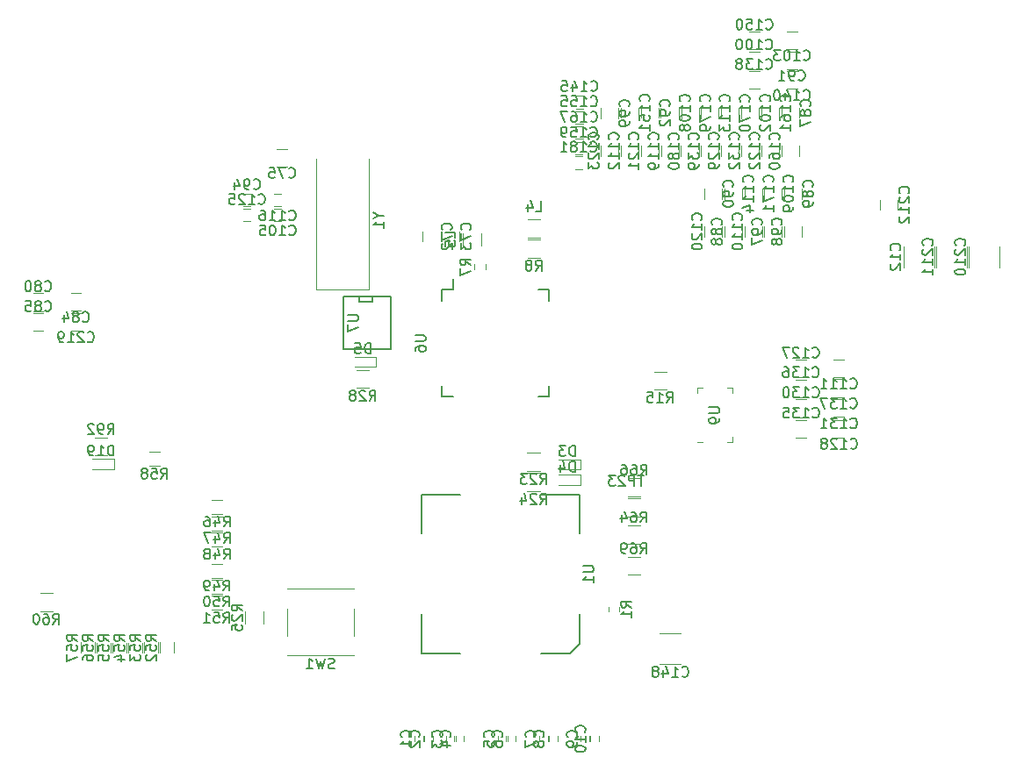
<source format=gbr>
G04 #@! TF.GenerationSoftware,KiCad,Pcbnew,(5.0.2)-1*
G04 #@! TF.CreationDate,2019-04-03T00:40:33-04:00*
G04 #@! TF.ProjectId,RASAC,52415341-432e-46b6-9963-61645f706362,rev?*
G04 #@! TF.SameCoordinates,Original*
G04 #@! TF.FileFunction,Legend,Bot*
G04 #@! TF.FilePolarity,Positive*
%FSLAX46Y46*%
G04 Gerber Fmt 4.6, Leading zero omitted, Abs format (unit mm)*
G04 Created by KiCad (PCBNEW (5.0.2)-1) date 4/3/2019 12:40:33 AM*
%MOMM*%
%LPD*%
G01*
G04 APERTURE LIST*
%ADD10C,0.120000*%
%ADD11C,0.150000*%
G04 APERTURE END LIST*
D10*
G04 #@! TO.C,R69*
X162494520Y-124659500D02*
X161294520Y-124659500D01*
X161294520Y-126419500D02*
X162494520Y-126419500D01*
G04 #@! TO.C,R64*
X161291980Y-123409600D02*
X162491980Y-123409600D01*
X162491980Y-121649600D02*
X161291980Y-121649600D01*
D11*
G04 #@! TO.C,U7*
X136646920Y-100058220D02*
X136646920Y-99550220D01*
X135376920Y-100058220D02*
X136646920Y-100058220D01*
X135376920Y-99550220D02*
X135376920Y-100058220D01*
X138424920Y-99550220D02*
X133852920Y-99550220D01*
X138424920Y-104630220D02*
X138424920Y-99550220D01*
X133852920Y-104630220D02*
X138424920Y-104630220D01*
X133852920Y-99550220D02*
X133852920Y-104630220D01*
G04 #@! TO.C,U1*
X155755508Y-133983450D02*
X152955508Y-133983450D01*
X156705508Y-133033450D02*
X155755508Y-133983450D01*
X156705508Y-130233450D02*
X156705508Y-133033450D01*
X141405508Y-133983450D02*
X145155508Y-133983450D01*
X141405508Y-130233450D02*
X141405508Y-133983450D01*
X156705508Y-118683450D02*
X152955508Y-118683450D01*
X156705508Y-122433450D02*
X156705508Y-118683450D01*
X141405508Y-118683450D02*
X145155508Y-118683450D01*
X141405508Y-122433450D02*
X141405508Y-118683450D01*
X156705508Y-118683450D02*
X152955508Y-118683450D01*
X156705508Y-122433450D02*
X156705508Y-118683450D01*
X156705508Y-118683450D02*
X152955508Y-118683450D01*
X156705508Y-122433450D02*
X156705508Y-118683450D01*
D10*
G04 #@! TO.C,C1*
X141719400Y-141990000D02*
X141719400Y-142490000D01*
X140779400Y-142490000D02*
X140779400Y-141990000D01*
G04 #@! TO.C,C2*
X141579500Y-142490000D02*
X141579500Y-141990000D01*
X142519500Y-141990000D02*
X142519500Y-142490000D01*
G04 #@! TO.C,C3*
X144716600Y-141990000D02*
X144716600Y-142490000D01*
X143776600Y-142490000D02*
X143776600Y-141990000D01*
G04 #@! TO.C,C4*
X144576700Y-142490000D02*
X144576700Y-141990000D01*
X145516700Y-141990000D02*
X145516700Y-142490000D01*
G04 #@! TO.C,C5*
X149720400Y-141990000D02*
X149720400Y-142490000D01*
X148780400Y-142490000D02*
X148780400Y-141990000D01*
G04 #@! TO.C,C6*
X149580500Y-142490000D02*
X149580500Y-141990000D01*
X150520500Y-141990000D02*
X150520500Y-142490000D01*
G04 #@! TO.C,C7*
X153720900Y-141990000D02*
X153720900Y-142490000D01*
X152780900Y-142490000D02*
X152780900Y-141990000D01*
G04 #@! TO.C,C8*
X153581000Y-142490000D02*
X153581000Y-141990000D01*
X154521000Y-141990000D02*
X154521000Y-142490000D01*
G04 #@! TO.C,C9*
X156781400Y-142490000D02*
X156781400Y-141990000D01*
X157721400Y-141990000D02*
X157721400Y-142490000D01*
G04 #@! TO.C,C10*
X157581500Y-142490000D02*
X157581500Y-141990000D01*
X158521500Y-141990000D02*
X158521500Y-142490000D01*
G04 #@! TO.C,C12*
X187925260Y-96719900D02*
X187925260Y-94719900D01*
X190885260Y-94719900D02*
X190885260Y-96719900D01*
G04 #@! TO.C,C210*
X197133632Y-94714820D02*
X197133632Y-96714820D01*
X194173632Y-96714820D02*
X194173632Y-94714820D01*
G04 #@! TO.C,C211*
X194001840Y-94714820D02*
X194001840Y-96714820D01*
X191041840Y-96714820D02*
X191041840Y-94714820D01*
G04 #@! TO.C,L4*
X151674987Y-93846668D02*
X152874987Y-93846668D01*
X152874987Y-92086668D02*
X151674987Y-92086668D01*
G04 #@! TO.C,L5*
X145444320Y-93446000D02*
X145444320Y-94646000D01*
X147204320Y-94646000D02*
X147204320Y-93446000D01*
G04 #@! TO.C,R1*
X160511900Y-129480500D02*
X160511900Y-129980500D01*
X159451900Y-129980500D02*
X159451900Y-129480500D01*
G04 #@! TO.C,SW1*
X128443600Y-127750180D02*
X134903600Y-127750180D01*
X128443600Y-132280180D02*
X128443600Y-129680180D01*
X128443600Y-134210180D02*
X134903600Y-134210180D01*
X134903600Y-132280180D02*
X134903600Y-129680180D01*
X128443600Y-134180180D02*
X128443600Y-134210180D01*
X128443600Y-127750180D02*
X128443600Y-127780180D01*
X134903600Y-127750180D02*
X134903600Y-127780180D01*
X134903600Y-134210180D02*
X134903600Y-134180180D01*
G04 #@! TO.C,U9*
X171402480Y-108887840D02*
X171402480Y-108387840D01*
X171402480Y-108387840D02*
X170902480Y-108387840D01*
X171427480Y-113612840D02*
X170927480Y-113612840D01*
X171427480Y-113112840D02*
X171427480Y-113612840D01*
X168502480Y-108387840D02*
X168002480Y-108387840D01*
X168002480Y-113587840D02*
X168502480Y-113587840D01*
X168002480Y-108387840D02*
X168002480Y-108887840D01*
G04 #@! TO.C,Y1*
X131229260Y-98893800D02*
X131229260Y-86293800D01*
X136329260Y-98893800D02*
X131229260Y-98893800D01*
X136329260Y-86293800D02*
X136329260Y-98893800D01*
D11*
G04 #@! TO.C,U6*
X144461507Y-98881308D02*
X144461507Y-97856308D01*
X143386507Y-109231308D02*
X143386507Y-108156308D01*
X153736507Y-109231308D02*
X153736507Y-108156308D01*
X153736507Y-98881308D02*
X153736507Y-99956308D01*
X143386507Y-98881308D02*
X143386507Y-99956308D01*
X153736507Y-98881308D02*
X152661507Y-98881308D01*
X153736507Y-109231308D02*
X152661507Y-109231308D01*
X143386507Y-109231308D02*
X144461507Y-109231308D01*
X143386507Y-98881308D02*
X144461507Y-98881308D01*
D10*
G04 #@! TO.C,C72*
X143250020Y-93251400D02*
X143250020Y-94251400D01*
X141550020Y-94251400D02*
X141550020Y-93251400D01*
G04 #@! TO.C,C73*
X143399140Y-94251400D02*
X143399140Y-93251400D01*
X145099140Y-93251400D02*
X145099140Y-94251400D01*
G04 #@! TO.C,C75*
X127485520Y-85301720D02*
X128485520Y-85301720D01*
X128485520Y-87001720D02*
X127485520Y-87001720D01*
G04 #@! TO.C,C80*
X104978279Y-100946641D02*
X103978279Y-100946641D01*
X103978279Y-99246641D02*
X104978279Y-99246641D01*
G04 #@! TO.C,C84*
X107613721Y-99217059D02*
X108613721Y-99217059D01*
X108613721Y-100917059D02*
X107613721Y-100917059D01*
G04 #@! TO.C,C85*
X104978279Y-102881941D02*
X103978279Y-102881941D01*
X103978279Y-101181941D02*
X104978279Y-101181941D01*
G04 #@! TO.C,C87*
X176144820Y-82306540D02*
X176144820Y-81306540D01*
X177844820Y-81306540D02*
X177844820Y-82306540D01*
G04 #@! TO.C,C88*
X172297460Y-92766260D02*
X172297460Y-93766260D01*
X170597460Y-93766260D02*
X170597460Y-92766260D01*
G04 #@! TO.C,C89*
X176370880Y-90106120D02*
X176370880Y-89106120D01*
X178070880Y-89106120D02*
X178070880Y-90106120D01*
G04 #@! TO.C,C90*
X170372140Y-89106120D02*
X170372140Y-90106120D01*
X168672140Y-90106120D02*
X168672140Y-89106120D01*
G04 #@! TO.C,C91*
X177629048Y-77588367D02*
X176629048Y-77588367D01*
X176629048Y-75888367D02*
X177629048Y-75888367D01*
G04 #@! TO.C,C92*
X164286459Y-81310319D02*
X164286459Y-82310319D01*
X162586459Y-82310319D02*
X162586459Y-81310319D01*
G04 #@! TO.C,C94*
X124244620Y-90866520D02*
X124944620Y-90866520D01*
X124944620Y-89666520D02*
X124244620Y-89666520D01*
G04 #@! TO.C,C97*
X176175721Y-92769681D02*
X176175721Y-93769681D01*
X174475721Y-93769681D02*
X174475721Y-92769681D01*
G04 #@! TO.C,C98*
X176370880Y-93766260D02*
X176370880Y-92766260D01*
X178070880Y-92766260D02*
X178070880Y-93766260D01*
G04 #@! TO.C,C99*
X160384860Y-81338800D02*
X160384860Y-82338800D01*
X158684860Y-82338800D02*
X158684860Y-81338800D01*
G04 #@! TO.C,C100*
X173007928Y-75901067D02*
X174007928Y-75901067D01*
X174007928Y-77601067D02*
X173007928Y-77601067D01*
G04 #@! TO.C,C102*
X172258620Y-82321020D02*
X172258620Y-81321020D01*
X173958620Y-81321020D02*
X173958620Y-82321020D01*
G04 #@! TO.C,C103*
X176641748Y-73956607D02*
X177641748Y-73956607D01*
X177641748Y-75656607D02*
X176641748Y-75656607D01*
G04 #@! TO.C,C105*
X127198640Y-92299080D02*
X127898640Y-92299080D01*
X127898640Y-91099080D02*
X127198640Y-91099080D01*
G04 #@! TO.C,C108*
X166196380Y-81305780D02*
X166196380Y-82305780D01*
X164496380Y-82305780D02*
X164496380Y-81305780D01*
G04 #@! TO.C,C109*
X174475721Y-90105381D02*
X174475721Y-89105381D01*
X176175721Y-89105381D02*
X176175721Y-90105381D01*
G04 #@! TO.C,C110*
X174271901Y-92769681D02*
X174271901Y-93769681D01*
X172571901Y-93769681D02*
X172571901Y-92769681D01*
G04 #@! TO.C,C111*
X181158260Y-105639500D02*
X182158260Y-105639500D01*
X182158260Y-107339500D02*
X181158260Y-107339500D01*
G04 #@! TO.C,C112*
X160638120Y-85983700D02*
X160638120Y-84983700D01*
X162338120Y-84983700D02*
X162338120Y-85983700D01*
G04 #@! TO.C,C113*
X170051899Y-81323319D02*
X170051899Y-82323319D01*
X168351899Y-82323319D02*
X168351899Y-81323319D01*
G04 #@! TO.C,C114*
X172304581Y-89105381D02*
X172304581Y-90105381D01*
X170604581Y-90105381D02*
X170604581Y-89105381D01*
G04 #@! TO.C,C116*
X127896100Y-89661440D02*
X127196100Y-89661440D01*
X127196100Y-90861440D02*
X127896100Y-90861440D01*
G04 #@! TO.C,C119*
X164506540Y-85991320D02*
X164506540Y-84991320D01*
X166206540Y-84991320D02*
X166206540Y-85991320D01*
G04 #@! TO.C,C120*
X168672140Y-93773880D02*
X168672140Y-92773880D01*
X170372140Y-92773880D02*
X170372140Y-93773880D01*
G04 #@! TO.C,C121*
X162578680Y-85991320D02*
X162578680Y-84991320D01*
X164278680Y-84991320D02*
X164278680Y-85991320D01*
G04 #@! TO.C,C122*
X175911880Y-84978620D02*
X175911880Y-85978620D01*
X174211880Y-85978620D02*
X174211880Y-84978620D01*
G04 #@! TO.C,C123*
X160395020Y-84983700D02*
X160395020Y-85983700D01*
X158695020Y-85983700D02*
X158695020Y-84983700D01*
G04 #@! TO.C,C125*
X124944620Y-91101620D02*
X124244620Y-91101620D01*
X124244620Y-92301620D02*
X124944620Y-92301620D01*
G04 #@! TO.C,C127*
X178505740Y-107344580D02*
X177505740Y-107344580D01*
X177505740Y-105644580D02*
X178505740Y-105644580D01*
G04 #@! TO.C,C128*
X181176040Y-111448480D02*
X182176040Y-111448480D01*
X182176040Y-113148480D02*
X181176040Y-113148480D01*
G04 #@! TO.C,C129*
X171987580Y-84978620D02*
X171987580Y-85978620D01*
X170287580Y-85978620D02*
X170287580Y-84978620D01*
G04 #@! TO.C,C130*
X177515499Y-109488621D02*
X178515499Y-109488621D01*
X178515499Y-111188621D02*
X177515499Y-111188621D01*
G04 #@! TO.C,C131*
X182165361Y-111175239D02*
X181165361Y-111175239D01*
X181165361Y-109475239D02*
X182165361Y-109475239D01*
G04 #@! TO.C,C132*
X172271320Y-85978620D02*
X172271320Y-84978620D01*
X173971320Y-84978620D02*
X173971320Y-85978620D01*
G04 #@! TO.C,C135*
X177515499Y-111453401D02*
X178515499Y-111453401D01*
X178515499Y-113153401D02*
X177515499Y-113153401D01*
G04 #@! TO.C,C136*
X177502799Y-107554321D02*
X178502799Y-107554321D01*
X178502799Y-109254321D02*
X177502799Y-109254321D01*
G04 #@! TO.C,C137*
X181152661Y-107540939D02*
X182152661Y-107540939D01*
X182152661Y-109240939D02*
X181152661Y-109240939D01*
G04 #@! TO.C,C138*
X173999780Y-79513800D02*
X172999780Y-79513800D01*
X172999780Y-77813800D02*
X173999780Y-77813800D01*
G04 #@! TO.C,C139*
X170044480Y-84993860D02*
X170044480Y-85993860D01*
X168344480Y-85993860D02*
X168344480Y-84993860D01*
G04 #@! TO.C,C140*
X176639600Y-77798560D02*
X177639600Y-77798560D01*
X177639600Y-79498560D02*
X176639600Y-79498560D01*
G04 #@! TO.C,C145*
X156299420Y-81384700D02*
X156999420Y-81384700D01*
X156999420Y-80184700D02*
X156299420Y-80184700D01*
G04 #@! TO.C,C148*
X166414960Y-135038280D02*
X164414960Y-135038280D01*
X164414960Y-132078280D02*
X166414960Y-132078280D01*
G04 #@! TO.C,C150*
X173020628Y-73969307D02*
X174020628Y-73969307D01*
X174020628Y-75669307D02*
X173020628Y-75669307D01*
G04 #@! TO.C,C151*
X162333040Y-81303240D02*
X162333040Y-82303240D01*
X160633040Y-82303240D02*
X160633040Y-81303240D01*
G04 #@! TO.C,C155*
X156966400Y-81642660D02*
X156266400Y-81642660D01*
X156266400Y-82842660D02*
X156966400Y-82842660D01*
G04 #@! TO.C,C159*
X156940819Y-84612481D02*
X156240819Y-84612481D01*
X156240819Y-85812481D02*
X156940819Y-85812481D01*
G04 #@! TO.C,C160*
X177839740Y-84996400D02*
X177839740Y-85996400D01*
X176139740Y-85996400D02*
X176139740Y-84996400D01*
G04 #@! TO.C,C161*
X174206800Y-82321020D02*
X174206800Y-81321020D01*
X175906800Y-81321020D02*
X175906800Y-82321020D01*
G04 #@! TO.C,C167*
X156266400Y-84338720D02*
X156966400Y-84338720D01*
X156966400Y-83138720D02*
X156266400Y-83138720D01*
G04 #@! TO.C,C170*
X171992660Y-81336260D02*
X171992660Y-82336260D01*
X170292660Y-82336260D02*
X170292660Y-81336260D01*
G04 #@! TO.C,C171*
X172571901Y-90105381D02*
X172571901Y-89105381D01*
X174271901Y-89105381D02*
X174271901Y-90105381D01*
G04 #@! TO.C,C179*
X166452180Y-82323560D02*
X166452180Y-81323560D01*
X168152180Y-81323560D02*
X168152180Y-82323560D01*
G04 #@! TO.C,C180*
X166447100Y-85993860D02*
X166447100Y-84993860D01*
X168147100Y-84993860D02*
X168147100Y-85993860D01*
G04 #@! TO.C,C181*
X156943540Y-86029240D02*
X156243540Y-86029240D01*
X156243540Y-87229240D02*
X156943540Y-87229240D01*
G04 #@! TO.C,C219*
X107613721Y-101152359D02*
X108613721Y-101152359D01*
X108613721Y-102852359D02*
X107613721Y-102852359D01*
G04 #@! TO.C,D3*
X156778480Y-115255420D02*
X154678480Y-115255420D01*
X156778480Y-116255420D02*
X154678480Y-116255420D01*
X156778480Y-115255420D02*
X156778480Y-116255420D01*
G04 #@! TO.C,D4*
X156778480Y-116736240D02*
X156778480Y-117736240D01*
X156778480Y-117736240D02*
X154678480Y-117736240D01*
X156778480Y-116736240D02*
X154678480Y-116736240D01*
G04 #@! TO.C,D5*
X137065540Y-105346880D02*
X137065540Y-106346880D01*
X137065540Y-106346880D02*
X134965540Y-106346880D01*
X137065540Y-105346880D02*
X134965540Y-105346880D01*
G04 #@! TO.C,R7*
X147603620Y-96445260D02*
X147603620Y-96945260D01*
X146543620Y-96945260D02*
X146543620Y-96445260D01*
G04 #@! TO.C,R8*
X151659747Y-95830408D02*
X152859747Y-95830408D01*
X152859747Y-94070408D02*
X151659747Y-94070408D01*
G04 #@! TO.C,R15*
X165024360Y-106785520D02*
X163824360Y-106785520D01*
X163824360Y-108545520D02*
X165024360Y-108545520D01*
G04 #@! TO.C,R23*
X151627280Y-116414440D02*
X152827280Y-116414440D01*
X152827280Y-114654440D02*
X151627280Y-114654440D01*
G04 #@! TO.C,R24*
X152827280Y-116602620D02*
X151627280Y-116602620D01*
X151627280Y-118362620D02*
X152827280Y-118362620D01*
G04 #@! TO.C,R25*
X124448680Y-129930600D02*
X124448680Y-131130600D01*
X126208680Y-131130600D02*
X126208680Y-129930600D01*
G04 #@! TO.C,R28*
X136350300Y-106628040D02*
X135150300Y-106628040D01*
X135150300Y-108388040D02*
X136350300Y-108388040D01*
G04 #@! TO.C,C212*
X185657120Y-91193240D02*
X185657120Y-90193240D01*
X187357120Y-90193240D02*
X187357120Y-91193240D01*
G04 #@! TO.C,D19*
X111820480Y-115199540D02*
X111820480Y-116199540D01*
X111820480Y-116199540D02*
X109720480Y-116199540D01*
X111820480Y-115199540D02*
X109720480Y-115199540D01*
G04 #@! TO.C,R46*
X122226960Y-119177520D02*
X121226960Y-119177520D01*
X121226960Y-120537520D02*
X122226960Y-120537520D01*
G04 #@! TO.C,R47*
X122221880Y-120754860D02*
X121221880Y-120754860D01*
X121221880Y-122114860D02*
X122221880Y-122114860D01*
G04 #@! TO.C,R48*
X122224420Y-122311880D02*
X121224420Y-122311880D01*
X121224420Y-123671880D02*
X122224420Y-123671880D01*
G04 #@! TO.C,R49*
X121191400Y-126722420D02*
X122191400Y-126722420D01*
X122191400Y-125362420D02*
X121191400Y-125362420D01*
G04 #@! TO.C,R50*
X122188860Y-126891500D02*
X121188860Y-126891500D01*
X121188860Y-128251500D02*
X122188860Y-128251500D01*
G04 #@! TO.C,R51*
X122193940Y-128438360D02*
X121193940Y-128438360D01*
X121193940Y-129798360D02*
X122193940Y-129798360D01*
G04 #@! TO.C,R52*
X117535240Y-133933820D02*
X117535240Y-132933820D01*
X116175240Y-132933820D02*
X116175240Y-133933820D01*
G04 #@! TO.C,R53*
X116006160Y-133936360D02*
X116006160Y-132936360D01*
X114646160Y-132936360D02*
X114646160Y-133936360D01*
G04 #@! TO.C,R54*
X113122160Y-132954140D02*
X113122160Y-133954140D01*
X114482160Y-133954140D02*
X114482160Y-132954140D01*
G04 #@! TO.C,R55*
X111590540Y-132946520D02*
X111590540Y-133946520D01*
X112950540Y-133946520D02*
X112950540Y-132946520D01*
G04 #@! TO.C,R56*
X111444320Y-133946520D02*
X111444320Y-132946520D01*
X110084320Y-132946520D02*
X110084320Y-133946520D01*
G04 #@! TO.C,R57*
X108555240Y-132938900D02*
X108555240Y-133938900D01*
X109915240Y-133938900D02*
X109915240Y-132938900D01*
G04 #@! TO.C,R58*
X115179220Y-115909640D02*
X116179220Y-115909640D01*
X116179220Y-114549640D02*
X115179220Y-114549640D01*
G04 #@! TO.C,R60*
X104655060Y-129947560D02*
X105855060Y-129947560D01*
X105855060Y-128187560D02*
X104655060Y-128187560D01*
G04 #@! TO.C,R66*
X161330080Y-118842680D02*
X162530080Y-118842680D01*
X162530080Y-117082680D02*
X161330080Y-117082680D01*
G04 #@! TO.C,R71*
X161337700Y-120780700D02*
X162537700Y-120780700D01*
X162537700Y-119020700D02*
X161337700Y-119020700D01*
G04 #@! TO.C,R92*
X111126369Y-113139519D02*
X109926369Y-113139519D01*
X109926369Y-114899519D02*
X111126369Y-114899519D01*
G04 #@! TO.C,R69*
D11*
X162537377Y-124341880D02*
X162870710Y-123865690D01*
X163108805Y-124341880D02*
X163108805Y-123341880D01*
X162727853Y-123341880D01*
X162632615Y-123389500D01*
X162584996Y-123437119D01*
X162537377Y-123532357D01*
X162537377Y-123675214D01*
X162584996Y-123770452D01*
X162632615Y-123818071D01*
X162727853Y-123865690D01*
X163108805Y-123865690D01*
X161680234Y-123341880D02*
X161870710Y-123341880D01*
X161965948Y-123389500D01*
X162013567Y-123437119D01*
X162108805Y-123579976D01*
X162156424Y-123770452D01*
X162156424Y-124151404D01*
X162108805Y-124246642D01*
X162061186Y-124294261D01*
X161965948Y-124341880D01*
X161775472Y-124341880D01*
X161680234Y-124294261D01*
X161632615Y-124246642D01*
X161584996Y-124151404D01*
X161584996Y-123913309D01*
X161632615Y-123818071D01*
X161680234Y-123770452D01*
X161775472Y-123722833D01*
X161965948Y-123722833D01*
X162061186Y-123770452D01*
X162108805Y-123818071D01*
X162156424Y-123913309D01*
X161108805Y-124341880D02*
X160918329Y-124341880D01*
X160823091Y-124294261D01*
X160775472Y-124246642D01*
X160680234Y-124103785D01*
X160632615Y-123913309D01*
X160632615Y-123532357D01*
X160680234Y-123437119D01*
X160727853Y-123389500D01*
X160823091Y-123341880D01*
X161013567Y-123341880D01*
X161108805Y-123389500D01*
X161156424Y-123437119D01*
X161204043Y-123532357D01*
X161204043Y-123770452D01*
X161156424Y-123865690D01*
X161108805Y-123913309D01*
X161013567Y-123960928D01*
X160823091Y-123960928D01*
X160727853Y-123913309D01*
X160680234Y-123865690D01*
X160632615Y-123770452D01*
G04 #@! TO.C,R64*
X162534837Y-121331980D02*
X162868170Y-120855790D01*
X163106265Y-121331980D02*
X163106265Y-120331980D01*
X162725313Y-120331980D01*
X162630075Y-120379600D01*
X162582456Y-120427219D01*
X162534837Y-120522457D01*
X162534837Y-120665314D01*
X162582456Y-120760552D01*
X162630075Y-120808171D01*
X162725313Y-120855790D01*
X163106265Y-120855790D01*
X161677694Y-120331980D02*
X161868170Y-120331980D01*
X161963408Y-120379600D01*
X162011027Y-120427219D01*
X162106265Y-120570076D01*
X162153884Y-120760552D01*
X162153884Y-121141504D01*
X162106265Y-121236742D01*
X162058646Y-121284361D01*
X161963408Y-121331980D01*
X161772932Y-121331980D01*
X161677694Y-121284361D01*
X161630075Y-121236742D01*
X161582456Y-121141504D01*
X161582456Y-120903409D01*
X161630075Y-120808171D01*
X161677694Y-120760552D01*
X161772932Y-120712933D01*
X161963408Y-120712933D01*
X162058646Y-120760552D01*
X162106265Y-120808171D01*
X162153884Y-120903409D01*
X160725313Y-120665314D02*
X160725313Y-121331980D01*
X160963408Y-120284361D02*
X161201503Y-120998647D01*
X160582456Y-120998647D01*
G04 #@! TO.C,U7*
X134321300Y-101328315D02*
X135130824Y-101328315D01*
X135226062Y-101375934D01*
X135273681Y-101423553D01*
X135321300Y-101518791D01*
X135321300Y-101709267D01*
X135273681Y-101804505D01*
X135226062Y-101852124D01*
X135130824Y-101899743D01*
X134321300Y-101899743D01*
X134321300Y-102280696D02*
X134321300Y-102947362D01*
X135321300Y-102518791D01*
G04 #@! TO.C,U1*
X157007888Y-125571545D02*
X157817412Y-125571545D01*
X157912650Y-125619164D01*
X157960269Y-125666783D01*
X158007888Y-125762021D01*
X158007888Y-125952497D01*
X157960269Y-126047735D01*
X157912650Y-126095354D01*
X157817412Y-126142973D01*
X157007888Y-126142973D01*
X158007888Y-127142973D02*
X158007888Y-126571545D01*
X158007888Y-126857259D02*
X157007888Y-126857259D01*
X157150746Y-126762021D01*
X157245984Y-126666783D01*
X157293603Y-126571545D01*
G04 #@! TO.C,C1*
X140336542Y-142073333D02*
X140384161Y-142025714D01*
X140431780Y-141882857D01*
X140431780Y-141787619D01*
X140384161Y-141644761D01*
X140288923Y-141549523D01*
X140193685Y-141501904D01*
X140003209Y-141454285D01*
X139860352Y-141454285D01*
X139669876Y-141501904D01*
X139574638Y-141549523D01*
X139479400Y-141644761D01*
X139431780Y-141787619D01*
X139431780Y-141882857D01*
X139479400Y-142025714D01*
X139527019Y-142073333D01*
X140431780Y-143025714D02*
X140431780Y-142454285D01*
X140431780Y-142740000D02*
X139431780Y-142740000D01*
X139574638Y-142644761D01*
X139669876Y-142549523D01*
X139717495Y-142454285D01*
G04 #@! TO.C,C2*
X141136642Y-142073333D02*
X141184261Y-142025714D01*
X141231880Y-141882857D01*
X141231880Y-141787619D01*
X141184261Y-141644761D01*
X141089023Y-141549523D01*
X140993785Y-141501904D01*
X140803309Y-141454285D01*
X140660452Y-141454285D01*
X140469976Y-141501904D01*
X140374738Y-141549523D01*
X140279500Y-141644761D01*
X140231880Y-141787619D01*
X140231880Y-141882857D01*
X140279500Y-142025714D01*
X140327119Y-142073333D01*
X140327119Y-142454285D02*
X140279500Y-142501904D01*
X140231880Y-142597142D01*
X140231880Y-142835238D01*
X140279500Y-142930476D01*
X140327119Y-142978095D01*
X140422357Y-143025714D01*
X140517595Y-143025714D01*
X140660452Y-142978095D01*
X141231880Y-142406666D01*
X141231880Y-143025714D01*
G04 #@! TO.C,C3*
X143333742Y-142073333D02*
X143381361Y-142025714D01*
X143428980Y-141882857D01*
X143428980Y-141787619D01*
X143381361Y-141644761D01*
X143286123Y-141549523D01*
X143190885Y-141501904D01*
X143000409Y-141454285D01*
X142857552Y-141454285D01*
X142667076Y-141501904D01*
X142571838Y-141549523D01*
X142476600Y-141644761D01*
X142428980Y-141787619D01*
X142428980Y-141882857D01*
X142476600Y-142025714D01*
X142524219Y-142073333D01*
X142428980Y-142406666D02*
X142428980Y-143025714D01*
X142809933Y-142692380D01*
X142809933Y-142835238D01*
X142857552Y-142930476D01*
X142905171Y-142978095D01*
X143000409Y-143025714D01*
X143238504Y-143025714D01*
X143333742Y-142978095D01*
X143381361Y-142930476D01*
X143428980Y-142835238D01*
X143428980Y-142549523D01*
X143381361Y-142454285D01*
X143333742Y-142406666D01*
G04 #@! TO.C,C4*
X144133842Y-142073333D02*
X144181461Y-142025714D01*
X144229080Y-141882857D01*
X144229080Y-141787619D01*
X144181461Y-141644761D01*
X144086223Y-141549523D01*
X143990985Y-141501904D01*
X143800509Y-141454285D01*
X143657652Y-141454285D01*
X143467176Y-141501904D01*
X143371938Y-141549523D01*
X143276700Y-141644761D01*
X143229080Y-141787619D01*
X143229080Y-141882857D01*
X143276700Y-142025714D01*
X143324319Y-142073333D01*
X143562414Y-142930476D02*
X144229080Y-142930476D01*
X143181461Y-142692380D02*
X143895747Y-142454285D01*
X143895747Y-143073333D01*
G04 #@! TO.C,C5*
X148337542Y-142073333D02*
X148385161Y-142025714D01*
X148432780Y-141882857D01*
X148432780Y-141787619D01*
X148385161Y-141644761D01*
X148289923Y-141549523D01*
X148194685Y-141501904D01*
X148004209Y-141454285D01*
X147861352Y-141454285D01*
X147670876Y-141501904D01*
X147575638Y-141549523D01*
X147480400Y-141644761D01*
X147432780Y-141787619D01*
X147432780Y-141882857D01*
X147480400Y-142025714D01*
X147528019Y-142073333D01*
X147432780Y-142978095D02*
X147432780Y-142501904D01*
X147908971Y-142454285D01*
X147861352Y-142501904D01*
X147813733Y-142597142D01*
X147813733Y-142835238D01*
X147861352Y-142930476D01*
X147908971Y-142978095D01*
X148004209Y-143025714D01*
X148242304Y-143025714D01*
X148337542Y-142978095D01*
X148385161Y-142930476D01*
X148432780Y-142835238D01*
X148432780Y-142597142D01*
X148385161Y-142501904D01*
X148337542Y-142454285D01*
G04 #@! TO.C,C6*
X149137642Y-142073333D02*
X149185261Y-142025714D01*
X149232880Y-141882857D01*
X149232880Y-141787619D01*
X149185261Y-141644761D01*
X149090023Y-141549523D01*
X148994785Y-141501904D01*
X148804309Y-141454285D01*
X148661452Y-141454285D01*
X148470976Y-141501904D01*
X148375738Y-141549523D01*
X148280500Y-141644761D01*
X148232880Y-141787619D01*
X148232880Y-141882857D01*
X148280500Y-142025714D01*
X148328119Y-142073333D01*
X148232880Y-142930476D02*
X148232880Y-142740000D01*
X148280500Y-142644761D01*
X148328119Y-142597142D01*
X148470976Y-142501904D01*
X148661452Y-142454285D01*
X149042404Y-142454285D01*
X149137642Y-142501904D01*
X149185261Y-142549523D01*
X149232880Y-142644761D01*
X149232880Y-142835238D01*
X149185261Y-142930476D01*
X149137642Y-142978095D01*
X149042404Y-143025714D01*
X148804309Y-143025714D01*
X148709071Y-142978095D01*
X148661452Y-142930476D01*
X148613833Y-142835238D01*
X148613833Y-142644761D01*
X148661452Y-142549523D01*
X148709071Y-142501904D01*
X148804309Y-142454285D01*
G04 #@! TO.C,C7*
X152338042Y-142073333D02*
X152385661Y-142025714D01*
X152433280Y-141882857D01*
X152433280Y-141787619D01*
X152385661Y-141644761D01*
X152290423Y-141549523D01*
X152195185Y-141501904D01*
X152004709Y-141454285D01*
X151861852Y-141454285D01*
X151671376Y-141501904D01*
X151576138Y-141549523D01*
X151480900Y-141644761D01*
X151433280Y-141787619D01*
X151433280Y-141882857D01*
X151480900Y-142025714D01*
X151528519Y-142073333D01*
X151433280Y-142406666D02*
X151433280Y-143073333D01*
X152433280Y-142644761D01*
G04 #@! TO.C,C8*
X153138142Y-142073333D02*
X153185761Y-142025714D01*
X153233380Y-141882857D01*
X153233380Y-141787619D01*
X153185761Y-141644761D01*
X153090523Y-141549523D01*
X152995285Y-141501904D01*
X152804809Y-141454285D01*
X152661952Y-141454285D01*
X152471476Y-141501904D01*
X152376238Y-141549523D01*
X152281000Y-141644761D01*
X152233380Y-141787619D01*
X152233380Y-141882857D01*
X152281000Y-142025714D01*
X152328619Y-142073333D01*
X152661952Y-142644761D02*
X152614333Y-142549523D01*
X152566714Y-142501904D01*
X152471476Y-142454285D01*
X152423857Y-142454285D01*
X152328619Y-142501904D01*
X152281000Y-142549523D01*
X152233380Y-142644761D01*
X152233380Y-142835238D01*
X152281000Y-142930476D01*
X152328619Y-142978095D01*
X152423857Y-143025714D01*
X152471476Y-143025714D01*
X152566714Y-142978095D01*
X152614333Y-142930476D01*
X152661952Y-142835238D01*
X152661952Y-142644761D01*
X152709571Y-142549523D01*
X152757190Y-142501904D01*
X152852428Y-142454285D01*
X153042904Y-142454285D01*
X153138142Y-142501904D01*
X153185761Y-142549523D01*
X153233380Y-142644761D01*
X153233380Y-142835238D01*
X153185761Y-142930476D01*
X153138142Y-142978095D01*
X153042904Y-143025714D01*
X152852428Y-143025714D01*
X152757190Y-142978095D01*
X152709571Y-142930476D01*
X152661952Y-142835238D01*
G04 #@! TO.C,C9*
X156338542Y-142073333D02*
X156386161Y-142025714D01*
X156433780Y-141882857D01*
X156433780Y-141787619D01*
X156386161Y-141644761D01*
X156290923Y-141549523D01*
X156195685Y-141501904D01*
X156005209Y-141454285D01*
X155862352Y-141454285D01*
X155671876Y-141501904D01*
X155576638Y-141549523D01*
X155481400Y-141644761D01*
X155433780Y-141787619D01*
X155433780Y-141882857D01*
X155481400Y-142025714D01*
X155529019Y-142073333D01*
X156433780Y-142549523D02*
X156433780Y-142740000D01*
X156386161Y-142835238D01*
X156338542Y-142882857D01*
X156195685Y-142978095D01*
X156005209Y-143025714D01*
X155624257Y-143025714D01*
X155529019Y-142978095D01*
X155481400Y-142930476D01*
X155433780Y-142835238D01*
X155433780Y-142644761D01*
X155481400Y-142549523D01*
X155529019Y-142501904D01*
X155624257Y-142454285D01*
X155862352Y-142454285D01*
X155957590Y-142501904D01*
X156005209Y-142549523D01*
X156052828Y-142644761D01*
X156052828Y-142835238D01*
X156005209Y-142930476D01*
X155957590Y-142978095D01*
X155862352Y-143025714D01*
G04 #@! TO.C,C10*
X157138642Y-141597142D02*
X157186261Y-141549523D01*
X157233880Y-141406666D01*
X157233880Y-141311428D01*
X157186261Y-141168571D01*
X157091023Y-141073333D01*
X156995785Y-141025714D01*
X156805309Y-140978095D01*
X156662452Y-140978095D01*
X156471976Y-141025714D01*
X156376738Y-141073333D01*
X156281500Y-141168571D01*
X156233880Y-141311428D01*
X156233880Y-141406666D01*
X156281500Y-141549523D01*
X156329119Y-141597142D01*
X157233880Y-142549523D02*
X157233880Y-141978095D01*
X157233880Y-142263809D02*
X156233880Y-142263809D01*
X156376738Y-142168571D01*
X156471976Y-142073333D01*
X156519595Y-141978095D01*
X156233880Y-143168571D02*
X156233880Y-143263809D01*
X156281500Y-143359047D01*
X156329119Y-143406666D01*
X156424357Y-143454285D01*
X156614833Y-143501904D01*
X156852928Y-143501904D01*
X157043404Y-143454285D01*
X157138642Y-143406666D01*
X157186261Y-143359047D01*
X157233880Y-143263809D01*
X157233880Y-143168571D01*
X157186261Y-143073333D01*
X157138642Y-143025714D01*
X157043404Y-142978095D01*
X156852928Y-142930476D01*
X156614833Y-142930476D01*
X156424357Y-142978095D01*
X156329119Y-143025714D01*
X156281500Y-143073333D01*
X156233880Y-143168571D01*
G04 #@! TO.C,C12*
X187512402Y-95077042D02*
X187560021Y-95029423D01*
X187607640Y-94886566D01*
X187607640Y-94791328D01*
X187560021Y-94648471D01*
X187464783Y-94553233D01*
X187369545Y-94505614D01*
X187179069Y-94457995D01*
X187036212Y-94457995D01*
X186845736Y-94505614D01*
X186750498Y-94553233D01*
X186655260Y-94648471D01*
X186607640Y-94791328D01*
X186607640Y-94886566D01*
X186655260Y-95029423D01*
X186702879Y-95077042D01*
X187607640Y-96029423D02*
X187607640Y-95457995D01*
X187607640Y-95743709D02*
X186607640Y-95743709D01*
X186750498Y-95648471D01*
X186845736Y-95553233D01*
X186893355Y-95457995D01*
X186702879Y-96410376D02*
X186655260Y-96457995D01*
X186607640Y-96553233D01*
X186607640Y-96791328D01*
X186655260Y-96886566D01*
X186702879Y-96934185D01*
X186798117Y-96981804D01*
X186893355Y-96981804D01*
X187036212Y-96934185D01*
X187607640Y-96362757D01*
X187607640Y-96981804D01*
G04 #@! TO.C,C210*
X193760774Y-94595772D02*
X193808393Y-94548153D01*
X193856012Y-94405296D01*
X193856012Y-94310058D01*
X193808393Y-94167200D01*
X193713155Y-94071962D01*
X193617917Y-94024343D01*
X193427441Y-93976724D01*
X193284584Y-93976724D01*
X193094108Y-94024343D01*
X192998870Y-94071962D01*
X192903632Y-94167200D01*
X192856012Y-94310058D01*
X192856012Y-94405296D01*
X192903632Y-94548153D01*
X192951251Y-94595772D01*
X192951251Y-94976724D02*
X192903632Y-95024343D01*
X192856012Y-95119581D01*
X192856012Y-95357677D01*
X192903632Y-95452915D01*
X192951251Y-95500534D01*
X193046489Y-95548153D01*
X193141727Y-95548153D01*
X193284584Y-95500534D01*
X193856012Y-94929105D01*
X193856012Y-95548153D01*
X193856012Y-96500534D02*
X193856012Y-95929105D01*
X193856012Y-96214820D02*
X192856012Y-96214820D01*
X192998870Y-96119581D01*
X193094108Y-96024343D01*
X193141727Y-95929105D01*
X192856012Y-97119581D02*
X192856012Y-97214820D01*
X192903632Y-97310058D01*
X192951251Y-97357677D01*
X193046489Y-97405296D01*
X193236965Y-97452915D01*
X193475060Y-97452915D01*
X193665536Y-97405296D01*
X193760774Y-97357677D01*
X193808393Y-97310058D01*
X193856012Y-97214820D01*
X193856012Y-97119581D01*
X193808393Y-97024343D01*
X193760774Y-96976724D01*
X193665536Y-96929105D01*
X193475060Y-96881486D01*
X193236965Y-96881486D01*
X193046489Y-96929105D01*
X192951251Y-96976724D01*
X192903632Y-97024343D01*
X192856012Y-97119581D01*
G04 #@! TO.C,C211*
X190628982Y-94595772D02*
X190676601Y-94548153D01*
X190724220Y-94405296D01*
X190724220Y-94310058D01*
X190676601Y-94167200D01*
X190581363Y-94071962D01*
X190486125Y-94024343D01*
X190295649Y-93976724D01*
X190152792Y-93976724D01*
X189962316Y-94024343D01*
X189867078Y-94071962D01*
X189771840Y-94167200D01*
X189724220Y-94310058D01*
X189724220Y-94405296D01*
X189771840Y-94548153D01*
X189819459Y-94595772D01*
X189819459Y-94976724D02*
X189771840Y-95024343D01*
X189724220Y-95119581D01*
X189724220Y-95357677D01*
X189771840Y-95452915D01*
X189819459Y-95500534D01*
X189914697Y-95548153D01*
X190009935Y-95548153D01*
X190152792Y-95500534D01*
X190724220Y-94929105D01*
X190724220Y-95548153D01*
X190724220Y-96500534D02*
X190724220Y-95929105D01*
X190724220Y-96214820D02*
X189724220Y-96214820D01*
X189867078Y-96119581D01*
X189962316Y-96024343D01*
X190009935Y-95929105D01*
X190724220Y-97452915D02*
X190724220Y-96881486D01*
X190724220Y-97167200D02*
X189724220Y-97167200D01*
X189867078Y-97071962D01*
X189962316Y-96976724D01*
X190009935Y-96881486D01*
G04 #@! TO.C,L4*
X152441653Y-91319048D02*
X152917844Y-91319048D01*
X152917844Y-90319048D01*
X151679748Y-90652382D02*
X151679748Y-91319048D01*
X151917844Y-90271429D02*
X152155939Y-90985715D01*
X151536891Y-90985715D01*
G04 #@! TO.C,L5*
X144676700Y-93879333D02*
X144676700Y-93403142D01*
X143676700Y-93403142D01*
X143676700Y-94688857D02*
X143676700Y-94212666D01*
X144152891Y-94165047D01*
X144105272Y-94212666D01*
X144057653Y-94307904D01*
X144057653Y-94546000D01*
X144105272Y-94641238D01*
X144152891Y-94688857D01*
X144248129Y-94736476D01*
X144486224Y-94736476D01*
X144581462Y-94688857D01*
X144629081Y-94641238D01*
X144676700Y-94546000D01*
X144676700Y-94307904D01*
X144629081Y-94212666D01*
X144581462Y-94165047D01*
G04 #@! TO.C,R1*
X161645860Y-129563833D02*
X161169670Y-129230500D01*
X161645860Y-128992404D02*
X160645860Y-128992404D01*
X160645860Y-129373357D01*
X160693480Y-129468595D01*
X160741099Y-129516214D01*
X160836337Y-129563833D01*
X160979194Y-129563833D01*
X161074432Y-129516214D01*
X161122051Y-129468595D01*
X161169670Y-129373357D01*
X161169670Y-128992404D01*
X161645860Y-130516214D02*
X161645860Y-129944785D01*
X161645860Y-130230500D02*
X160645860Y-130230500D01*
X160788718Y-130135261D01*
X160883956Y-130040023D01*
X160931575Y-129944785D01*
G04 #@! TO.C,SW1*
X133006933Y-135434941D02*
X132864076Y-135482560D01*
X132625980Y-135482560D01*
X132530742Y-135434941D01*
X132483123Y-135387322D01*
X132435504Y-135292084D01*
X132435504Y-135196846D01*
X132483123Y-135101608D01*
X132530742Y-135053989D01*
X132625980Y-135006370D01*
X132816457Y-134958751D01*
X132911695Y-134911132D01*
X132959314Y-134863513D01*
X133006933Y-134768275D01*
X133006933Y-134673037D01*
X132959314Y-134577799D01*
X132911695Y-134530180D01*
X132816457Y-134482560D01*
X132578361Y-134482560D01*
X132435504Y-134530180D01*
X132102171Y-134482560D02*
X131864076Y-135482560D01*
X131673600Y-134768275D01*
X131483123Y-135482560D01*
X131245028Y-134482560D01*
X130340266Y-135482560D02*
X130911695Y-135482560D01*
X130625980Y-135482560D02*
X130625980Y-134482560D01*
X130721219Y-134625418D01*
X130816457Y-134720656D01*
X130911695Y-134768275D01*
G04 #@! TO.C,U9*
X169154860Y-110225935D02*
X169964384Y-110225935D01*
X170059622Y-110273554D01*
X170107241Y-110321173D01*
X170154860Y-110416411D01*
X170154860Y-110606887D01*
X170107241Y-110702125D01*
X170059622Y-110749744D01*
X169964384Y-110797363D01*
X169154860Y-110797363D01*
X170154860Y-111321173D02*
X170154860Y-111511649D01*
X170107241Y-111606887D01*
X170059622Y-111654506D01*
X169916765Y-111749744D01*
X169726289Y-111797363D01*
X169345337Y-111797363D01*
X169250099Y-111749744D01*
X169202480Y-111702125D01*
X169154860Y-111606887D01*
X169154860Y-111416411D01*
X169202480Y-111321173D01*
X169250099Y-111273554D01*
X169345337Y-111225935D01*
X169583432Y-111225935D01*
X169678670Y-111273554D01*
X169726289Y-111321173D01*
X169773908Y-111416411D01*
X169773908Y-111606887D01*
X169726289Y-111702125D01*
X169678670Y-111749744D01*
X169583432Y-111797363D01*
G04 #@! TO.C,Y1*
X137305450Y-91717609D02*
X137781640Y-91717609D01*
X136781640Y-91384276D02*
X137305450Y-91717609D01*
X136781640Y-92050942D01*
X137781640Y-92908085D02*
X137781640Y-92336657D01*
X137781640Y-92622371D02*
X136781640Y-92622371D01*
X136924498Y-92527133D01*
X137019736Y-92431895D01*
X137067355Y-92336657D01*
G04 #@! TO.C,U6*
X140813887Y-103294403D02*
X141623411Y-103294403D01*
X141718649Y-103342022D01*
X141766268Y-103389641D01*
X141813887Y-103484879D01*
X141813887Y-103675355D01*
X141766268Y-103770593D01*
X141718649Y-103818212D01*
X141623411Y-103865831D01*
X140813887Y-103865831D01*
X140813887Y-104770593D02*
X140813887Y-104580117D01*
X140861507Y-104484879D01*
X140909126Y-104437260D01*
X141051983Y-104342022D01*
X141242459Y-104294403D01*
X141623411Y-104294403D01*
X141718649Y-104342022D01*
X141766268Y-104389641D01*
X141813887Y-104484879D01*
X141813887Y-104675355D01*
X141766268Y-104770593D01*
X141718649Y-104818212D01*
X141623411Y-104865831D01*
X141385316Y-104865831D01*
X141290078Y-104818212D01*
X141242459Y-104770593D01*
X141194840Y-104675355D01*
X141194840Y-104484879D01*
X141242459Y-104389641D01*
X141290078Y-104342022D01*
X141385316Y-104294403D01*
G04 #@! TO.C,C72*
X144257162Y-93108542D02*
X144304781Y-93060923D01*
X144352400Y-92918066D01*
X144352400Y-92822828D01*
X144304781Y-92679971D01*
X144209543Y-92584733D01*
X144114305Y-92537114D01*
X143923829Y-92489495D01*
X143780972Y-92489495D01*
X143590496Y-92537114D01*
X143495258Y-92584733D01*
X143400020Y-92679971D01*
X143352400Y-92822828D01*
X143352400Y-92918066D01*
X143400020Y-93060923D01*
X143447639Y-93108542D01*
X143352400Y-93441876D02*
X143352400Y-94108542D01*
X144352400Y-93679971D01*
X143447639Y-94441876D02*
X143400020Y-94489495D01*
X143352400Y-94584733D01*
X143352400Y-94822828D01*
X143400020Y-94918066D01*
X143447639Y-94965685D01*
X143542877Y-95013304D01*
X143638115Y-95013304D01*
X143780972Y-94965685D01*
X144352400Y-94394257D01*
X144352400Y-95013304D01*
G04 #@! TO.C,C73*
X146106282Y-93108542D02*
X146153901Y-93060923D01*
X146201520Y-92918066D01*
X146201520Y-92822828D01*
X146153901Y-92679971D01*
X146058663Y-92584733D01*
X145963425Y-92537114D01*
X145772949Y-92489495D01*
X145630092Y-92489495D01*
X145439616Y-92537114D01*
X145344378Y-92584733D01*
X145249140Y-92679971D01*
X145201520Y-92822828D01*
X145201520Y-92918066D01*
X145249140Y-93060923D01*
X145296759Y-93108542D01*
X145201520Y-93441876D02*
X145201520Y-94108542D01*
X146201520Y-93679971D01*
X145201520Y-94394257D02*
X145201520Y-95013304D01*
X145582473Y-94679971D01*
X145582473Y-94822828D01*
X145630092Y-94918066D01*
X145677711Y-94965685D01*
X145772949Y-95013304D01*
X146011044Y-95013304D01*
X146106282Y-94965685D01*
X146153901Y-94918066D01*
X146201520Y-94822828D01*
X146201520Y-94537114D01*
X146153901Y-94441876D01*
X146106282Y-94394257D01*
G04 #@! TO.C,C75*
X128628377Y-88008862D02*
X128675996Y-88056481D01*
X128818853Y-88104100D01*
X128914091Y-88104100D01*
X129056948Y-88056481D01*
X129152186Y-87961243D01*
X129199805Y-87866005D01*
X129247424Y-87675529D01*
X129247424Y-87532672D01*
X129199805Y-87342196D01*
X129152186Y-87246958D01*
X129056948Y-87151720D01*
X128914091Y-87104100D01*
X128818853Y-87104100D01*
X128675996Y-87151720D01*
X128628377Y-87199339D01*
X128295043Y-87104100D02*
X127628377Y-87104100D01*
X128056948Y-88104100D01*
X126771234Y-87104100D02*
X127247424Y-87104100D01*
X127295043Y-87580291D01*
X127247424Y-87532672D01*
X127152186Y-87485053D01*
X126914091Y-87485053D01*
X126818853Y-87532672D01*
X126771234Y-87580291D01*
X126723615Y-87675529D01*
X126723615Y-87913624D01*
X126771234Y-88008862D01*
X126818853Y-88056481D01*
X126914091Y-88104100D01*
X127152186Y-88104100D01*
X127247424Y-88056481D01*
X127295043Y-88008862D01*
G04 #@! TO.C,C80*
X105121136Y-98953783D02*
X105168755Y-99001402D01*
X105311612Y-99049021D01*
X105406850Y-99049021D01*
X105549707Y-99001402D01*
X105644945Y-98906164D01*
X105692564Y-98810926D01*
X105740183Y-98620450D01*
X105740183Y-98477593D01*
X105692564Y-98287117D01*
X105644945Y-98191879D01*
X105549707Y-98096641D01*
X105406850Y-98049021D01*
X105311612Y-98049021D01*
X105168755Y-98096641D01*
X105121136Y-98144260D01*
X104549707Y-98477593D02*
X104644945Y-98429974D01*
X104692564Y-98382355D01*
X104740183Y-98287117D01*
X104740183Y-98239498D01*
X104692564Y-98144260D01*
X104644945Y-98096641D01*
X104549707Y-98049021D01*
X104359231Y-98049021D01*
X104263993Y-98096641D01*
X104216374Y-98144260D01*
X104168755Y-98239498D01*
X104168755Y-98287117D01*
X104216374Y-98382355D01*
X104263993Y-98429974D01*
X104359231Y-98477593D01*
X104549707Y-98477593D01*
X104644945Y-98525212D01*
X104692564Y-98572831D01*
X104740183Y-98668069D01*
X104740183Y-98858545D01*
X104692564Y-98953783D01*
X104644945Y-99001402D01*
X104549707Y-99049021D01*
X104359231Y-99049021D01*
X104263993Y-99001402D01*
X104216374Y-98953783D01*
X104168755Y-98858545D01*
X104168755Y-98668069D01*
X104216374Y-98572831D01*
X104263993Y-98525212D01*
X104359231Y-98477593D01*
X103549707Y-98049021D02*
X103454469Y-98049021D01*
X103359231Y-98096641D01*
X103311612Y-98144260D01*
X103263993Y-98239498D01*
X103216374Y-98429974D01*
X103216374Y-98668069D01*
X103263993Y-98858545D01*
X103311612Y-98953783D01*
X103359231Y-99001402D01*
X103454469Y-99049021D01*
X103549707Y-99049021D01*
X103644945Y-99001402D01*
X103692564Y-98953783D01*
X103740183Y-98858545D01*
X103787802Y-98668069D01*
X103787802Y-98429974D01*
X103740183Y-98239498D01*
X103692564Y-98144260D01*
X103644945Y-98096641D01*
X103549707Y-98049021D01*
G04 #@! TO.C,C84*
X108756578Y-101924201D02*
X108804197Y-101971820D01*
X108947054Y-102019439D01*
X109042292Y-102019439D01*
X109185149Y-101971820D01*
X109280387Y-101876582D01*
X109328006Y-101781344D01*
X109375625Y-101590868D01*
X109375625Y-101448011D01*
X109328006Y-101257535D01*
X109280387Y-101162297D01*
X109185149Y-101067059D01*
X109042292Y-101019439D01*
X108947054Y-101019439D01*
X108804197Y-101067059D01*
X108756578Y-101114678D01*
X108185149Y-101448011D02*
X108280387Y-101400392D01*
X108328006Y-101352773D01*
X108375625Y-101257535D01*
X108375625Y-101209916D01*
X108328006Y-101114678D01*
X108280387Y-101067059D01*
X108185149Y-101019439D01*
X107994673Y-101019439D01*
X107899435Y-101067059D01*
X107851816Y-101114678D01*
X107804197Y-101209916D01*
X107804197Y-101257535D01*
X107851816Y-101352773D01*
X107899435Y-101400392D01*
X107994673Y-101448011D01*
X108185149Y-101448011D01*
X108280387Y-101495630D01*
X108328006Y-101543249D01*
X108375625Y-101638487D01*
X108375625Y-101828963D01*
X108328006Y-101924201D01*
X108280387Y-101971820D01*
X108185149Y-102019439D01*
X107994673Y-102019439D01*
X107899435Y-101971820D01*
X107851816Y-101924201D01*
X107804197Y-101828963D01*
X107804197Y-101638487D01*
X107851816Y-101543249D01*
X107899435Y-101495630D01*
X107994673Y-101448011D01*
X106947054Y-101352773D02*
X106947054Y-102019439D01*
X107185149Y-100971820D02*
X107423244Y-101686106D01*
X106804197Y-101686106D01*
G04 #@! TO.C,C85*
X105121136Y-100889083D02*
X105168755Y-100936702D01*
X105311612Y-100984321D01*
X105406850Y-100984321D01*
X105549707Y-100936702D01*
X105644945Y-100841464D01*
X105692564Y-100746226D01*
X105740183Y-100555750D01*
X105740183Y-100412893D01*
X105692564Y-100222417D01*
X105644945Y-100127179D01*
X105549707Y-100031941D01*
X105406850Y-99984321D01*
X105311612Y-99984321D01*
X105168755Y-100031941D01*
X105121136Y-100079560D01*
X104549707Y-100412893D02*
X104644945Y-100365274D01*
X104692564Y-100317655D01*
X104740183Y-100222417D01*
X104740183Y-100174798D01*
X104692564Y-100079560D01*
X104644945Y-100031941D01*
X104549707Y-99984321D01*
X104359231Y-99984321D01*
X104263993Y-100031941D01*
X104216374Y-100079560D01*
X104168755Y-100174798D01*
X104168755Y-100222417D01*
X104216374Y-100317655D01*
X104263993Y-100365274D01*
X104359231Y-100412893D01*
X104549707Y-100412893D01*
X104644945Y-100460512D01*
X104692564Y-100508131D01*
X104740183Y-100603369D01*
X104740183Y-100793845D01*
X104692564Y-100889083D01*
X104644945Y-100936702D01*
X104549707Y-100984321D01*
X104359231Y-100984321D01*
X104263993Y-100936702D01*
X104216374Y-100889083D01*
X104168755Y-100793845D01*
X104168755Y-100603369D01*
X104216374Y-100508131D01*
X104263993Y-100460512D01*
X104359231Y-100412893D01*
X103263993Y-99984321D02*
X103740183Y-99984321D01*
X103787802Y-100460512D01*
X103740183Y-100412893D01*
X103644945Y-100365274D01*
X103406850Y-100365274D01*
X103311612Y-100412893D01*
X103263993Y-100460512D01*
X103216374Y-100555750D01*
X103216374Y-100793845D01*
X103263993Y-100889083D01*
X103311612Y-100936702D01*
X103406850Y-100984321D01*
X103644945Y-100984321D01*
X103740183Y-100936702D01*
X103787802Y-100889083D01*
G04 #@! TO.C,C87*
X178851962Y-81163682D02*
X178899581Y-81116063D01*
X178947200Y-80973206D01*
X178947200Y-80877968D01*
X178899581Y-80735111D01*
X178804343Y-80639873D01*
X178709105Y-80592254D01*
X178518629Y-80544635D01*
X178375772Y-80544635D01*
X178185296Y-80592254D01*
X178090058Y-80639873D01*
X177994820Y-80735111D01*
X177947200Y-80877968D01*
X177947200Y-80973206D01*
X177994820Y-81116063D01*
X178042439Y-81163682D01*
X178375772Y-81735111D02*
X178328153Y-81639873D01*
X178280534Y-81592254D01*
X178185296Y-81544635D01*
X178137677Y-81544635D01*
X178042439Y-81592254D01*
X177994820Y-81639873D01*
X177947200Y-81735111D01*
X177947200Y-81925587D01*
X177994820Y-82020825D01*
X178042439Y-82068444D01*
X178137677Y-82116063D01*
X178185296Y-82116063D01*
X178280534Y-82068444D01*
X178328153Y-82020825D01*
X178375772Y-81925587D01*
X178375772Y-81735111D01*
X178423391Y-81639873D01*
X178471010Y-81592254D01*
X178566248Y-81544635D01*
X178756724Y-81544635D01*
X178851962Y-81592254D01*
X178899581Y-81639873D01*
X178947200Y-81735111D01*
X178947200Y-81925587D01*
X178899581Y-82020825D01*
X178851962Y-82068444D01*
X178756724Y-82116063D01*
X178566248Y-82116063D01*
X178471010Y-82068444D01*
X178423391Y-82020825D01*
X178375772Y-81925587D01*
X177947200Y-82449397D02*
X177947200Y-83116063D01*
X178947200Y-82687492D01*
G04 #@! TO.C,C88*
X170304602Y-92623402D02*
X170352221Y-92575783D01*
X170399840Y-92432926D01*
X170399840Y-92337688D01*
X170352221Y-92194831D01*
X170256983Y-92099593D01*
X170161745Y-92051974D01*
X169971269Y-92004355D01*
X169828412Y-92004355D01*
X169637936Y-92051974D01*
X169542698Y-92099593D01*
X169447460Y-92194831D01*
X169399840Y-92337688D01*
X169399840Y-92432926D01*
X169447460Y-92575783D01*
X169495079Y-92623402D01*
X169828412Y-93194831D02*
X169780793Y-93099593D01*
X169733174Y-93051974D01*
X169637936Y-93004355D01*
X169590317Y-93004355D01*
X169495079Y-93051974D01*
X169447460Y-93099593D01*
X169399840Y-93194831D01*
X169399840Y-93385307D01*
X169447460Y-93480545D01*
X169495079Y-93528164D01*
X169590317Y-93575783D01*
X169637936Y-93575783D01*
X169733174Y-93528164D01*
X169780793Y-93480545D01*
X169828412Y-93385307D01*
X169828412Y-93194831D01*
X169876031Y-93099593D01*
X169923650Y-93051974D01*
X170018888Y-93004355D01*
X170209364Y-93004355D01*
X170304602Y-93051974D01*
X170352221Y-93099593D01*
X170399840Y-93194831D01*
X170399840Y-93385307D01*
X170352221Y-93480545D01*
X170304602Y-93528164D01*
X170209364Y-93575783D01*
X170018888Y-93575783D01*
X169923650Y-93528164D01*
X169876031Y-93480545D01*
X169828412Y-93385307D01*
X169828412Y-94147212D02*
X169780793Y-94051974D01*
X169733174Y-94004355D01*
X169637936Y-93956736D01*
X169590317Y-93956736D01*
X169495079Y-94004355D01*
X169447460Y-94051974D01*
X169399840Y-94147212D01*
X169399840Y-94337688D01*
X169447460Y-94432926D01*
X169495079Y-94480545D01*
X169590317Y-94528164D01*
X169637936Y-94528164D01*
X169733174Y-94480545D01*
X169780793Y-94432926D01*
X169828412Y-94337688D01*
X169828412Y-94147212D01*
X169876031Y-94051974D01*
X169923650Y-94004355D01*
X170018888Y-93956736D01*
X170209364Y-93956736D01*
X170304602Y-94004355D01*
X170352221Y-94051974D01*
X170399840Y-94147212D01*
X170399840Y-94337688D01*
X170352221Y-94432926D01*
X170304602Y-94480545D01*
X170209364Y-94528164D01*
X170018888Y-94528164D01*
X169923650Y-94480545D01*
X169876031Y-94432926D01*
X169828412Y-94337688D01*
G04 #@! TO.C,C89*
X179078022Y-88963262D02*
X179125641Y-88915643D01*
X179173260Y-88772786D01*
X179173260Y-88677548D01*
X179125641Y-88534691D01*
X179030403Y-88439453D01*
X178935165Y-88391834D01*
X178744689Y-88344215D01*
X178601832Y-88344215D01*
X178411356Y-88391834D01*
X178316118Y-88439453D01*
X178220880Y-88534691D01*
X178173260Y-88677548D01*
X178173260Y-88772786D01*
X178220880Y-88915643D01*
X178268499Y-88963262D01*
X178601832Y-89534691D02*
X178554213Y-89439453D01*
X178506594Y-89391834D01*
X178411356Y-89344215D01*
X178363737Y-89344215D01*
X178268499Y-89391834D01*
X178220880Y-89439453D01*
X178173260Y-89534691D01*
X178173260Y-89725167D01*
X178220880Y-89820405D01*
X178268499Y-89868024D01*
X178363737Y-89915643D01*
X178411356Y-89915643D01*
X178506594Y-89868024D01*
X178554213Y-89820405D01*
X178601832Y-89725167D01*
X178601832Y-89534691D01*
X178649451Y-89439453D01*
X178697070Y-89391834D01*
X178792308Y-89344215D01*
X178982784Y-89344215D01*
X179078022Y-89391834D01*
X179125641Y-89439453D01*
X179173260Y-89534691D01*
X179173260Y-89725167D01*
X179125641Y-89820405D01*
X179078022Y-89868024D01*
X178982784Y-89915643D01*
X178792308Y-89915643D01*
X178697070Y-89868024D01*
X178649451Y-89820405D01*
X178601832Y-89725167D01*
X179173260Y-90391834D02*
X179173260Y-90582310D01*
X179125641Y-90677548D01*
X179078022Y-90725167D01*
X178935165Y-90820405D01*
X178744689Y-90868024D01*
X178363737Y-90868024D01*
X178268499Y-90820405D01*
X178220880Y-90772786D01*
X178173260Y-90677548D01*
X178173260Y-90487072D01*
X178220880Y-90391834D01*
X178268499Y-90344215D01*
X178363737Y-90296596D01*
X178601832Y-90296596D01*
X178697070Y-90344215D01*
X178744689Y-90391834D01*
X178792308Y-90487072D01*
X178792308Y-90677548D01*
X178744689Y-90772786D01*
X178697070Y-90820405D01*
X178601832Y-90868024D01*
G04 #@! TO.C,C90*
X171379282Y-88963262D02*
X171426901Y-88915643D01*
X171474520Y-88772786D01*
X171474520Y-88677548D01*
X171426901Y-88534691D01*
X171331663Y-88439453D01*
X171236425Y-88391834D01*
X171045949Y-88344215D01*
X170903092Y-88344215D01*
X170712616Y-88391834D01*
X170617378Y-88439453D01*
X170522140Y-88534691D01*
X170474520Y-88677548D01*
X170474520Y-88772786D01*
X170522140Y-88915643D01*
X170569759Y-88963262D01*
X171474520Y-89439453D02*
X171474520Y-89629929D01*
X171426901Y-89725167D01*
X171379282Y-89772786D01*
X171236425Y-89868024D01*
X171045949Y-89915643D01*
X170664997Y-89915643D01*
X170569759Y-89868024D01*
X170522140Y-89820405D01*
X170474520Y-89725167D01*
X170474520Y-89534691D01*
X170522140Y-89439453D01*
X170569759Y-89391834D01*
X170664997Y-89344215D01*
X170903092Y-89344215D01*
X170998330Y-89391834D01*
X171045949Y-89439453D01*
X171093568Y-89534691D01*
X171093568Y-89725167D01*
X171045949Y-89820405D01*
X170998330Y-89868024D01*
X170903092Y-89915643D01*
X170474520Y-90534691D02*
X170474520Y-90629929D01*
X170522140Y-90725167D01*
X170569759Y-90772786D01*
X170664997Y-90820405D01*
X170855473Y-90868024D01*
X171093568Y-90868024D01*
X171284044Y-90820405D01*
X171379282Y-90772786D01*
X171426901Y-90725167D01*
X171474520Y-90629929D01*
X171474520Y-90534691D01*
X171426901Y-90439453D01*
X171379282Y-90391834D01*
X171284044Y-90344215D01*
X171093568Y-90296596D01*
X170855473Y-90296596D01*
X170664997Y-90344215D01*
X170569759Y-90391834D01*
X170522140Y-90439453D01*
X170474520Y-90534691D01*
G04 #@! TO.C,C91*
X177771905Y-78595509D02*
X177819524Y-78643128D01*
X177962381Y-78690747D01*
X178057619Y-78690747D01*
X178200476Y-78643128D01*
X178295714Y-78547890D01*
X178343333Y-78452652D01*
X178390952Y-78262176D01*
X178390952Y-78119319D01*
X178343333Y-77928843D01*
X178295714Y-77833605D01*
X178200476Y-77738367D01*
X178057619Y-77690747D01*
X177962381Y-77690747D01*
X177819524Y-77738367D01*
X177771905Y-77785986D01*
X177295714Y-78690747D02*
X177105238Y-78690747D01*
X177010000Y-78643128D01*
X176962381Y-78595509D01*
X176867143Y-78452652D01*
X176819524Y-78262176D01*
X176819524Y-77881224D01*
X176867143Y-77785986D01*
X176914762Y-77738367D01*
X177010000Y-77690747D01*
X177200476Y-77690747D01*
X177295714Y-77738367D01*
X177343333Y-77785986D01*
X177390952Y-77881224D01*
X177390952Y-78119319D01*
X177343333Y-78214557D01*
X177295714Y-78262176D01*
X177200476Y-78309795D01*
X177010000Y-78309795D01*
X176914762Y-78262176D01*
X176867143Y-78214557D01*
X176819524Y-78119319D01*
X175867143Y-78690747D02*
X176438571Y-78690747D01*
X176152857Y-78690747D02*
X176152857Y-77690747D01*
X176248095Y-77833605D01*
X176343333Y-77928843D01*
X176438571Y-77976462D01*
G04 #@! TO.C,C92*
X165293601Y-81167461D02*
X165341220Y-81119842D01*
X165388839Y-80976985D01*
X165388839Y-80881747D01*
X165341220Y-80738890D01*
X165245982Y-80643652D01*
X165150744Y-80596033D01*
X164960268Y-80548414D01*
X164817411Y-80548414D01*
X164626935Y-80596033D01*
X164531697Y-80643652D01*
X164436459Y-80738890D01*
X164388839Y-80881747D01*
X164388839Y-80976985D01*
X164436459Y-81119842D01*
X164484078Y-81167461D01*
X165388839Y-81643652D02*
X165388839Y-81834128D01*
X165341220Y-81929366D01*
X165293601Y-81976985D01*
X165150744Y-82072223D01*
X164960268Y-82119842D01*
X164579316Y-82119842D01*
X164484078Y-82072223D01*
X164436459Y-82024604D01*
X164388839Y-81929366D01*
X164388839Y-81738890D01*
X164436459Y-81643652D01*
X164484078Y-81596033D01*
X164579316Y-81548414D01*
X164817411Y-81548414D01*
X164912649Y-81596033D01*
X164960268Y-81643652D01*
X165007887Y-81738890D01*
X165007887Y-81929366D01*
X164960268Y-82024604D01*
X164912649Y-82072223D01*
X164817411Y-82119842D01*
X164484078Y-82500795D02*
X164436459Y-82548414D01*
X164388839Y-82643652D01*
X164388839Y-82881747D01*
X164436459Y-82976985D01*
X164484078Y-83024604D01*
X164579316Y-83072223D01*
X164674554Y-83072223D01*
X164817411Y-83024604D01*
X165388839Y-82453176D01*
X165388839Y-83072223D01*
G04 #@! TO.C,C94*
X125237477Y-89123662D02*
X125285096Y-89171281D01*
X125427953Y-89218900D01*
X125523191Y-89218900D01*
X125666048Y-89171281D01*
X125761286Y-89076043D01*
X125808905Y-88980805D01*
X125856524Y-88790329D01*
X125856524Y-88647472D01*
X125808905Y-88456996D01*
X125761286Y-88361758D01*
X125666048Y-88266520D01*
X125523191Y-88218900D01*
X125427953Y-88218900D01*
X125285096Y-88266520D01*
X125237477Y-88314139D01*
X124761286Y-89218900D02*
X124570810Y-89218900D01*
X124475572Y-89171281D01*
X124427953Y-89123662D01*
X124332715Y-88980805D01*
X124285096Y-88790329D01*
X124285096Y-88409377D01*
X124332715Y-88314139D01*
X124380334Y-88266520D01*
X124475572Y-88218900D01*
X124666048Y-88218900D01*
X124761286Y-88266520D01*
X124808905Y-88314139D01*
X124856524Y-88409377D01*
X124856524Y-88647472D01*
X124808905Y-88742710D01*
X124761286Y-88790329D01*
X124666048Y-88837948D01*
X124475572Y-88837948D01*
X124380334Y-88790329D01*
X124332715Y-88742710D01*
X124285096Y-88647472D01*
X123427953Y-88552234D02*
X123427953Y-89218900D01*
X123666048Y-88171281D02*
X123904143Y-88885567D01*
X123285096Y-88885567D01*
G04 #@! TO.C,C97*
X174182863Y-92626823D02*
X174230482Y-92579204D01*
X174278101Y-92436347D01*
X174278101Y-92341109D01*
X174230482Y-92198252D01*
X174135244Y-92103014D01*
X174040006Y-92055395D01*
X173849530Y-92007776D01*
X173706673Y-92007776D01*
X173516197Y-92055395D01*
X173420959Y-92103014D01*
X173325721Y-92198252D01*
X173278101Y-92341109D01*
X173278101Y-92436347D01*
X173325721Y-92579204D01*
X173373340Y-92626823D01*
X174278101Y-93103014D02*
X174278101Y-93293490D01*
X174230482Y-93388728D01*
X174182863Y-93436347D01*
X174040006Y-93531585D01*
X173849530Y-93579204D01*
X173468578Y-93579204D01*
X173373340Y-93531585D01*
X173325721Y-93483966D01*
X173278101Y-93388728D01*
X173278101Y-93198252D01*
X173325721Y-93103014D01*
X173373340Y-93055395D01*
X173468578Y-93007776D01*
X173706673Y-93007776D01*
X173801911Y-93055395D01*
X173849530Y-93103014D01*
X173897149Y-93198252D01*
X173897149Y-93388728D01*
X173849530Y-93483966D01*
X173801911Y-93531585D01*
X173706673Y-93579204D01*
X173278101Y-93912538D02*
X173278101Y-94579204D01*
X174278101Y-94150633D01*
G04 #@! TO.C,C98*
X176078022Y-92623402D02*
X176125641Y-92575783D01*
X176173260Y-92432926D01*
X176173260Y-92337688D01*
X176125641Y-92194831D01*
X176030403Y-92099593D01*
X175935165Y-92051974D01*
X175744689Y-92004355D01*
X175601832Y-92004355D01*
X175411356Y-92051974D01*
X175316118Y-92099593D01*
X175220880Y-92194831D01*
X175173260Y-92337688D01*
X175173260Y-92432926D01*
X175220880Y-92575783D01*
X175268499Y-92623402D01*
X176173260Y-93099593D02*
X176173260Y-93290069D01*
X176125641Y-93385307D01*
X176078022Y-93432926D01*
X175935165Y-93528164D01*
X175744689Y-93575783D01*
X175363737Y-93575783D01*
X175268499Y-93528164D01*
X175220880Y-93480545D01*
X175173260Y-93385307D01*
X175173260Y-93194831D01*
X175220880Y-93099593D01*
X175268499Y-93051974D01*
X175363737Y-93004355D01*
X175601832Y-93004355D01*
X175697070Y-93051974D01*
X175744689Y-93099593D01*
X175792308Y-93194831D01*
X175792308Y-93385307D01*
X175744689Y-93480545D01*
X175697070Y-93528164D01*
X175601832Y-93575783D01*
X175601832Y-94147212D02*
X175554213Y-94051974D01*
X175506594Y-94004355D01*
X175411356Y-93956736D01*
X175363737Y-93956736D01*
X175268499Y-94004355D01*
X175220880Y-94051974D01*
X175173260Y-94147212D01*
X175173260Y-94337688D01*
X175220880Y-94432926D01*
X175268499Y-94480545D01*
X175363737Y-94528164D01*
X175411356Y-94528164D01*
X175506594Y-94480545D01*
X175554213Y-94432926D01*
X175601832Y-94337688D01*
X175601832Y-94147212D01*
X175649451Y-94051974D01*
X175697070Y-94004355D01*
X175792308Y-93956736D01*
X175982784Y-93956736D01*
X176078022Y-94004355D01*
X176125641Y-94051974D01*
X176173260Y-94147212D01*
X176173260Y-94337688D01*
X176125641Y-94432926D01*
X176078022Y-94480545D01*
X175982784Y-94528164D01*
X175792308Y-94528164D01*
X175697070Y-94480545D01*
X175649451Y-94432926D01*
X175601832Y-94337688D01*
G04 #@! TO.C,C99*
X161392002Y-81195942D02*
X161439621Y-81148323D01*
X161487240Y-81005466D01*
X161487240Y-80910228D01*
X161439621Y-80767371D01*
X161344383Y-80672133D01*
X161249145Y-80624514D01*
X161058669Y-80576895D01*
X160915812Y-80576895D01*
X160725336Y-80624514D01*
X160630098Y-80672133D01*
X160534860Y-80767371D01*
X160487240Y-80910228D01*
X160487240Y-81005466D01*
X160534860Y-81148323D01*
X160582479Y-81195942D01*
X161487240Y-81672133D02*
X161487240Y-81862609D01*
X161439621Y-81957847D01*
X161392002Y-82005466D01*
X161249145Y-82100704D01*
X161058669Y-82148323D01*
X160677717Y-82148323D01*
X160582479Y-82100704D01*
X160534860Y-82053085D01*
X160487240Y-81957847D01*
X160487240Y-81767371D01*
X160534860Y-81672133D01*
X160582479Y-81624514D01*
X160677717Y-81576895D01*
X160915812Y-81576895D01*
X161011050Y-81624514D01*
X161058669Y-81672133D01*
X161106288Y-81767371D01*
X161106288Y-81957847D01*
X161058669Y-82053085D01*
X161011050Y-82100704D01*
X160915812Y-82148323D01*
X161487240Y-82624514D02*
X161487240Y-82814990D01*
X161439621Y-82910228D01*
X161392002Y-82957847D01*
X161249145Y-83053085D01*
X161058669Y-83100704D01*
X160677717Y-83100704D01*
X160582479Y-83053085D01*
X160534860Y-83005466D01*
X160487240Y-82910228D01*
X160487240Y-82719752D01*
X160534860Y-82624514D01*
X160582479Y-82576895D01*
X160677717Y-82529276D01*
X160915812Y-82529276D01*
X161011050Y-82576895D01*
X161058669Y-82624514D01*
X161106288Y-82719752D01*
X161106288Y-82910228D01*
X161058669Y-83005466D01*
X161011050Y-83053085D01*
X160915812Y-83100704D01*
G04 #@! TO.C,C100*
X174626975Y-75608209D02*
X174674594Y-75655828D01*
X174817451Y-75703447D01*
X174912689Y-75703447D01*
X175055547Y-75655828D01*
X175150785Y-75560590D01*
X175198404Y-75465352D01*
X175246023Y-75274876D01*
X175246023Y-75132019D01*
X175198404Y-74941543D01*
X175150785Y-74846305D01*
X175055547Y-74751067D01*
X174912689Y-74703447D01*
X174817451Y-74703447D01*
X174674594Y-74751067D01*
X174626975Y-74798686D01*
X173674594Y-75703447D02*
X174246023Y-75703447D01*
X173960308Y-75703447D02*
X173960308Y-74703447D01*
X174055547Y-74846305D01*
X174150785Y-74941543D01*
X174246023Y-74989162D01*
X173055547Y-74703447D02*
X172960308Y-74703447D01*
X172865070Y-74751067D01*
X172817451Y-74798686D01*
X172769832Y-74893924D01*
X172722213Y-75084400D01*
X172722213Y-75322495D01*
X172769832Y-75512971D01*
X172817451Y-75608209D01*
X172865070Y-75655828D01*
X172960308Y-75703447D01*
X173055547Y-75703447D01*
X173150785Y-75655828D01*
X173198404Y-75608209D01*
X173246023Y-75512971D01*
X173293642Y-75322495D01*
X173293642Y-75084400D01*
X173246023Y-74893924D01*
X173198404Y-74798686D01*
X173150785Y-74751067D01*
X173055547Y-74703447D01*
X172103166Y-74703447D02*
X172007928Y-74703447D01*
X171912689Y-74751067D01*
X171865070Y-74798686D01*
X171817451Y-74893924D01*
X171769832Y-75084400D01*
X171769832Y-75322495D01*
X171817451Y-75512971D01*
X171865070Y-75608209D01*
X171912689Y-75655828D01*
X172007928Y-75703447D01*
X172103166Y-75703447D01*
X172198404Y-75655828D01*
X172246023Y-75608209D01*
X172293642Y-75512971D01*
X172341261Y-75322495D01*
X172341261Y-75084400D01*
X172293642Y-74893924D01*
X172246023Y-74798686D01*
X172198404Y-74751067D01*
X172103166Y-74703447D01*
G04 #@! TO.C,C102*
X174965762Y-80701972D02*
X175013381Y-80654353D01*
X175061000Y-80511496D01*
X175061000Y-80416258D01*
X175013381Y-80273400D01*
X174918143Y-80178162D01*
X174822905Y-80130543D01*
X174632429Y-80082924D01*
X174489572Y-80082924D01*
X174299096Y-80130543D01*
X174203858Y-80178162D01*
X174108620Y-80273400D01*
X174061000Y-80416258D01*
X174061000Y-80511496D01*
X174108620Y-80654353D01*
X174156239Y-80701972D01*
X175061000Y-81654353D02*
X175061000Y-81082924D01*
X175061000Y-81368639D02*
X174061000Y-81368639D01*
X174203858Y-81273400D01*
X174299096Y-81178162D01*
X174346715Y-81082924D01*
X174061000Y-82273400D02*
X174061000Y-82368639D01*
X174108620Y-82463877D01*
X174156239Y-82511496D01*
X174251477Y-82559115D01*
X174441953Y-82606734D01*
X174680048Y-82606734D01*
X174870524Y-82559115D01*
X174965762Y-82511496D01*
X175013381Y-82463877D01*
X175061000Y-82368639D01*
X175061000Y-82273400D01*
X175013381Y-82178162D01*
X174965762Y-82130543D01*
X174870524Y-82082924D01*
X174680048Y-82035305D01*
X174441953Y-82035305D01*
X174251477Y-82082924D01*
X174156239Y-82130543D01*
X174108620Y-82178162D01*
X174061000Y-82273400D01*
X174156239Y-82987686D02*
X174108620Y-83035305D01*
X174061000Y-83130543D01*
X174061000Y-83368639D01*
X174108620Y-83463877D01*
X174156239Y-83511496D01*
X174251477Y-83559115D01*
X174346715Y-83559115D01*
X174489572Y-83511496D01*
X175061000Y-82940067D01*
X175061000Y-83559115D01*
G04 #@! TO.C,C103*
X178260795Y-76663749D02*
X178308414Y-76711368D01*
X178451271Y-76758987D01*
X178546509Y-76758987D01*
X178689367Y-76711368D01*
X178784605Y-76616130D01*
X178832224Y-76520892D01*
X178879843Y-76330416D01*
X178879843Y-76187559D01*
X178832224Y-75997083D01*
X178784605Y-75901845D01*
X178689367Y-75806607D01*
X178546509Y-75758987D01*
X178451271Y-75758987D01*
X178308414Y-75806607D01*
X178260795Y-75854226D01*
X177308414Y-76758987D02*
X177879843Y-76758987D01*
X177594128Y-76758987D02*
X177594128Y-75758987D01*
X177689367Y-75901845D01*
X177784605Y-75997083D01*
X177879843Y-76044702D01*
X176689367Y-75758987D02*
X176594128Y-75758987D01*
X176498890Y-75806607D01*
X176451271Y-75854226D01*
X176403652Y-75949464D01*
X176356033Y-76139940D01*
X176356033Y-76378035D01*
X176403652Y-76568511D01*
X176451271Y-76663749D01*
X176498890Y-76711368D01*
X176594128Y-76758987D01*
X176689367Y-76758987D01*
X176784605Y-76711368D01*
X176832224Y-76663749D01*
X176879843Y-76568511D01*
X176927462Y-76378035D01*
X176927462Y-76139940D01*
X176879843Y-75949464D01*
X176832224Y-75854226D01*
X176784605Y-75806607D01*
X176689367Y-75758987D01*
X176022700Y-75758987D02*
X175403652Y-75758987D01*
X175736986Y-76139940D01*
X175594128Y-76139940D01*
X175498890Y-76187559D01*
X175451271Y-76235178D01*
X175403652Y-76330416D01*
X175403652Y-76568511D01*
X175451271Y-76663749D01*
X175498890Y-76711368D01*
X175594128Y-76758987D01*
X175879843Y-76758987D01*
X175975081Y-76711368D01*
X176022700Y-76663749D01*
G04 #@! TO.C,C105*
X128667687Y-93556222D02*
X128715306Y-93603841D01*
X128858163Y-93651460D01*
X128953401Y-93651460D01*
X129096259Y-93603841D01*
X129191497Y-93508603D01*
X129239116Y-93413365D01*
X129286735Y-93222889D01*
X129286735Y-93080032D01*
X129239116Y-92889556D01*
X129191497Y-92794318D01*
X129096259Y-92699080D01*
X128953401Y-92651460D01*
X128858163Y-92651460D01*
X128715306Y-92699080D01*
X128667687Y-92746699D01*
X127715306Y-93651460D02*
X128286735Y-93651460D01*
X128001020Y-93651460D02*
X128001020Y-92651460D01*
X128096259Y-92794318D01*
X128191497Y-92889556D01*
X128286735Y-92937175D01*
X127096259Y-92651460D02*
X127001020Y-92651460D01*
X126905782Y-92699080D01*
X126858163Y-92746699D01*
X126810544Y-92841937D01*
X126762925Y-93032413D01*
X126762925Y-93270508D01*
X126810544Y-93460984D01*
X126858163Y-93556222D01*
X126905782Y-93603841D01*
X127001020Y-93651460D01*
X127096259Y-93651460D01*
X127191497Y-93603841D01*
X127239116Y-93556222D01*
X127286735Y-93460984D01*
X127334354Y-93270508D01*
X127334354Y-93032413D01*
X127286735Y-92841937D01*
X127239116Y-92746699D01*
X127191497Y-92699080D01*
X127096259Y-92651460D01*
X125858163Y-92651460D02*
X126334354Y-92651460D01*
X126381973Y-93127651D01*
X126334354Y-93080032D01*
X126239116Y-93032413D01*
X126001020Y-93032413D01*
X125905782Y-93080032D01*
X125858163Y-93127651D01*
X125810544Y-93222889D01*
X125810544Y-93460984D01*
X125858163Y-93556222D01*
X125905782Y-93603841D01*
X126001020Y-93651460D01*
X126239116Y-93651460D01*
X126334354Y-93603841D01*
X126381973Y-93556222D01*
G04 #@! TO.C,C108*
X167203522Y-80686732D02*
X167251141Y-80639113D01*
X167298760Y-80496256D01*
X167298760Y-80401018D01*
X167251141Y-80258160D01*
X167155903Y-80162922D01*
X167060665Y-80115303D01*
X166870189Y-80067684D01*
X166727332Y-80067684D01*
X166536856Y-80115303D01*
X166441618Y-80162922D01*
X166346380Y-80258160D01*
X166298760Y-80401018D01*
X166298760Y-80496256D01*
X166346380Y-80639113D01*
X166393999Y-80686732D01*
X167298760Y-81639113D02*
X167298760Y-81067684D01*
X167298760Y-81353399D02*
X166298760Y-81353399D01*
X166441618Y-81258160D01*
X166536856Y-81162922D01*
X166584475Y-81067684D01*
X166298760Y-82258160D02*
X166298760Y-82353399D01*
X166346380Y-82448637D01*
X166393999Y-82496256D01*
X166489237Y-82543875D01*
X166679713Y-82591494D01*
X166917808Y-82591494D01*
X167108284Y-82543875D01*
X167203522Y-82496256D01*
X167251141Y-82448637D01*
X167298760Y-82353399D01*
X167298760Y-82258160D01*
X167251141Y-82162922D01*
X167203522Y-82115303D01*
X167108284Y-82067684D01*
X166917808Y-82020065D01*
X166679713Y-82020065D01*
X166489237Y-82067684D01*
X166393999Y-82115303D01*
X166346380Y-82162922D01*
X166298760Y-82258160D01*
X166727332Y-83162922D02*
X166679713Y-83067684D01*
X166632094Y-83020065D01*
X166536856Y-82972446D01*
X166489237Y-82972446D01*
X166393999Y-83020065D01*
X166346380Y-83067684D01*
X166298760Y-83162922D01*
X166298760Y-83353399D01*
X166346380Y-83448637D01*
X166393999Y-83496256D01*
X166489237Y-83543875D01*
X166536856Y-83543875D01*
X166632094Y-83496256D01*
X166679713Y-83448637D01*
X166727332Y-83353399D01*
X166727332Y-83162922D01*
X166774951Y-83067684D01*
X166822570Y-83020065D01*
X166917808Y-82972446D01*
X167108284Y-82972446D01*
X167203522Y-83020065D01*
X167251141Y-83067684D01*
X167298760Y-83162922D01*
X167298760Y-83353399D01*
X167251141Y-83448637D01*
X167203522Y-83496256D01*
X167108284Y-83543875D01*
X166917808Y-83543875D01*
X166822570Y-83496256D01*
X166774951Y-83448637D01*
X166727332Y-83353399D01*
G04 #@! TO.C,C109*
X177182863Y-88486333D02*
X177230482Y-88438714D01*
X177278101Y-88295857D01*
X177278101Y-88200619D01*
X177230482Y-88057761D01*
X177135244Y-87962523D01*
X177040006Y-87914904D01*
X176849530Y-87867285D01*
X176706673Y-87867285D01*
X176516197Y-87914904D01*
X176420959Y-87962523D01*
X176325721Y-88057761D01*
X176278101Y-88200619D01*
X176278101Y-88295857D01*
X176325721Y-88438714D01*
X176373340Y-88486333D01*
X177278101Y-89438714D02*
X177278101Y-88867285D01*
X177278101Y-89153000D02*
X176278101Y-89153000D01*
X176420959Y-89057761D01*
X176516197Y-88962523D01*
X176563816Y-88867285D01*
X176278101Y-90057761D02*
X176278101Y-90153000D01*
X176325721Y-90248238D01*
X176373340Y-90295857D01*
X176468578Y-90343476D01*
X176659054Y-90391095D01*
X176897149Y-90391095D01*
X177087625Y-90343476D01*
X177182863Y-90295857D01*
X177230482Y-90248238D01*
X177278101Y-90153000D01*
X177278101Y-90057761D01*
X177230482Y-89962523D01*
X177182863Y-89914904D01*
X177087625Y-89867285D01*
X176897149Y-89819666D01*
X176659054Y-89819666D01*
X176468578Y-89867285D01*
X176373340Y-89914904D01*
X176325721Y-89962523D01*
X176278101Y-90057761D01*
X177278101Y-90867285D02*
X177278101Y-91057761D01*
X177230482Y-91153000D01*
X177182863Y-91200619D01*
X177040006Y-91295857D01*
X176849530Y-91343476D01*
X176468578Y-91343476D01*
X176373340Y-91295857D01*
X176325721Y-91248238D01*
X176278101Y-91153000D01*
X176278101Y-90962523D01*
X176325721Y-90867285D01*
X176373340Y-90819666D01*
X176468578Y-90772047D01*
X176706673Y-90772047D01*
X176801911Y-90819666D01*
X176849530Y-90867285D01*
X176897149Y-90962523D01*
X176897149Y-91153000D01*
X176849530Y-91248238D01*
X176801911Y-91295857D01*
X176706673Y-91343476D01*
G04 #@! TO.C,C110*
X172279043Y-92150633D02*
X172326662Y-92103014D01*
X172374281Y-91960157D01*
X172374281Y-91864919D01*
X172326662Y-91722061D01*
X172231424Y-91626823D01*
X172136186Y-91579204D01*
X171945710Y-91531585D01*
X171802853Y-91531585D01*
X171612377Y-91579204D01*
X171517139Y-91626823D01*
X171421901Y-91722061D01*
X171374281Y-91864919D01*
X171374281Y-91960157D01*
X171421901Y-92103014D01*
X171469520Y-92150633D01*
X172374281Y-93103014D02*
X172374281Y-92531585D01*
X172374281Y-92817300D02*
X171374281Y-92817300D01*
X171517139Y-92722061D01*
X171612377Y-92626823D01*
X171659996Y-92531585D01*
X172374281Y-94055395D02*
X172374281Y-93483966D01*
X172374281Y-93769681D02*
X171374281Y-93769681D01*
X171517139Y-93674442D01*
X171612377Y-93579204D01*
X171659996Y-93483966D01*
X171374281Y-94674442D02*
X171374281Y-94769681D01*
X171421901Y-94864919D01*
X171469520Y-94912538D01*
X171564758Y-94960157D01*
X171755234Y-95007776D01*
X171993329Y-95007776D01*
X172183805Y-94960157D01*
X172279043Y-94912538D01*
X172326662Y-94864919D01*
X172374281Y-94769681D01*
X172374281Y-94674442D01*
X172326662Y-94579204D01*
X172279043Y-94531585D01*
X172183805Y-94483966D01*
X171993329Y-94436347D01*
X171755234Y-94436347D01*
X171564758Y-94483966D01*
X171469520Y-94531585D01*
X171421901Y-94579204D01*
X171374281Y-94674442D01*
G04 #@! TO.C,C111*
X182777307Y-108346642D02*
X182824926Y-108394261D01*
X182967783Y-108441880D01*
X183063021Y-108441880D01*
X183205879Y-108394261D01*
X183301117Y-108299023D01*
X183348736Y-108203785D01*
X183396355Y-108013309D01*
X183396355Y-107870452D01*
X183348736Y-107679976D01*
X183301117Y-107584738D01*
X183205879Y-107489500D01*
X183063021Y-107441880D01*
X182967783Y-107441880D01*
X182824926Y-107489500D01*
X182777307Y-107537119D01*
X181824926Y-108441880D02*
X182396355Y-108441880D01*
X182110640Y-108441880D02*
X182110640Y-107441880D01*
X182205879Y-107584738D01*
X182301117Y-107679976D01*
X182396355Y-107727595D01*
X180872545Y-108441880D02*
X181443974Y-108441880D01*
X181158260Y-108441880D02*
X181158260Y-107441880D01*
X181253498Y-107584738D01*
X181348736Y-107679976D01*
X181443974Y-107727595D01*
X179920164Y-108441880D02*
X180491593Y-108441880D01*
X180205879Y-108441880D02*
X180205879Y-107441880D01*
X180301117Y-107584738D01*
X180396355Y-107679976D01*
X180491593Y-107727595D01*
G04 #@! TO.C,C112*
X160345262Y-84364652D02*
X160392881Y-84317033D01*
X160440500Y-84174176D01*
X160440500Y-84078938D01*
X160392881Y-83936080D01*
X160297643Y-83840842D01*
X160202405Y-83793223D01*
X160011929Y-83745604D01*
X159869072Y-83745604D01*
X159678596Y-83793223D01*
X159583358Y-83840842D01*
X159488120Y-83936080D01*
X159440500Y-84078938D01*
X159440500Y-84174176D01*
X159488120Y-84317033D01*
X159535739Y-84364652D01*
X160440500Y-85317033D02*
X160440500Y-84745604D01*
X160440500Y-85031319D02*
X159440500Y-85031319D01*
X159583358Y-84936080D01*
X159678596Y-84840842D01*
X159726215Y-84745604D01*
X160440500Y-86269414D02*
X160440500Y-85697985D01*
X160440500Y-85983700D02*
X159440500Y-85983700D01*
X159583358Y-85888461D01*
X159678596Y-85793223D01*
X159726215Y-85697985D01*
X159535739Y-86650366D02*
X159488120Y-86697985D01*
X159440500Y-86793223D01*
X159440500Y-87031319D01*
X159488120Y-87126557D01*
X159535739Y-87174176D01*
X159630977Y-87221795D01*
X159726215Y-87221795D01*
X159869072Y-87174176D01*
X160440500Y-86602747D01*
X160440500Y-87221795D01*
G04 #@! TO.C,C113*
X171059041Y-80704271D02*
X171106660Y-80656652D01*
X171154279Y-80513795D01*
X171154279Y-80418557D01*
X171106660Y-80275699D01*
X171011422Y-80180461D01*
X170916184Y-80132842D01*
X170725708Y-80085223D01*
X170582851Y-80085223D01*
X170392375Y-80132842D01*
X170297137Y-80180461D01*
X170201899Y-80275699D01*
X170154279Y-80418557D01*
X170154279Y-80513795D01*
X170201899Y-80656652D01*
X170249518Y-80704271D01*
X171154279Y-81656652D02*
X171154279Y-81085223D01*
X171154279Y-81370938D02*
X170154279Y-81370938D01*
X170297137Y-81275699D01*
X170392375Y-81180461D01*
X170439994Y-81085223D01*
X171154279Y-82609033D02*
X171154279Y-82037604D01*
X171154279Y-82323319D02*
X170154279Y-82323319D01*
X170297137Y-82228080D01*
X170392375Y-82132842D01*
X170439994Y-82037604D01*
X170154279Y-82942366D02*
X170154279Y-83561414D01*
X170535232Y-83228080D01*
X170535232Y-83370938D01*
X170582851Y-83466176D01*
X170630470Y-83513795D01*
X170725708Y-83561414D01*
X170963803Y-83561414D01*
X171059041Y-83513795D01*
X171106660Y-83466176D01*
X171154279Y-83370938D01*
X171154279Y-83085223D01*
X171106660Y-82989985D01*
X171059041Y-82942366D01*
G04 #@! TO.C,C114*
X173311723Y-88486333D02*
X173359342Y-88438714D01*
X173406961Y-88295857D01*
X173406961Y-88200619D01*
X173359342Y-88057761D01*
X173264104Y-87962523D01*
X173168866Y-87914904D01*
X172978390Y-87867285D01*
X172835533Y-87867285D01*
X172645057Y-87914904D01*
X172549819Y-87962523D01*
X172454581Y-88057761D01*
X172406961Y-88200619D01*
X172406961Y-88295857D01*
X172454581Y-88438714D01*
X172502200Y-88486333D01*
X173406961Y-89438714D02*
X173406961Y-88867285D01*
X173406961Y-89153000D02*
X172406961Y-89153000D01*
X172549819Y-89057761D01*
X172645057Y-88962523D01*
X172692676Y-88867285D01*
X173406961Y-90391095D02*
X173406961Y-89819666D01*
X173406961Y-90105381D02*
X172406961Y-90105381D01*
X172549819Y-90010142D01*
X172645057Y-89914904D01*
X172692676Y-89819666D01*
X172740295Y-91248238D02*
X173406961Y-91248238D01*
X172359342Y-91010142D02*
X173073628Y-90772047D01*
X173073628Y-91391095D01*
G04 #@! TO.C,C116*
X128665147Y-92118582D02*
X128712766Y-92166201D01*
X128855623Y-92213820D01*
X128950861Y-92213820D01*
X129093719Y-92166201D01*
X129188957Y-92070963D01*
X129236576Y-91975725D01*
X129284195Y-91785249D01*
X129284195Y-91642392D01*
X129236576Y-91451916D01*
X129188957Y-91356678D01*
X129093719Y-91261440D01*
X128950861Y-91213820D01*
X128855623Y-91213820D01*
X128712766Y-91261440D01*
X128665147Y-91309059D01*
X127712766Y-92213820D02*
X128284195Y-92213820D01*
X127998480Y-92213820D02*
X127998480Y-91213820D01*
X128093719Y-91356678D01*
X128188957Y-91451916D01*
X128284195Y-91499535D01*
X126760385Y-92213820D02*
X127331814Y-92213820D01*
X127046100Y-92213820D02*
X127046100Y-91213820D01*
X127141338Y-91356678D01*
X127236576Y-91451916D01*
X127331814Y-91499535D01*
X125903242Y-91213820D02*
X126093719Y-91213820D01*
X126188957Y-91261440D01*
X126236576Y-91309059D01*
X126331814Y-91451916D01*
X126379433Y-91642392D01*
X126379433Y-92023344D01*
X126331814Y-92118582D01*
X126284195Y-92166201D01*
X126188957Y-92213820D01*
X125998480Y-92213820D01*
X125903242Y-92166201D01*
X125855623Y-92118582D01*
X125808004Y-92023344D01*
X125808004Y-91785249D01*
X125855623Y-91690011D01*
X125903242Y-91642392D01*
X125998480Y-91594773D01*
X126188957Y-91594773D01*
X126284195Y-91642392D01*
X126331814Y-91690011D01*
X126379433Y-91785249D01*
G04 #@! TO.C,C119*
X164213682Y-84372272D02*
X164261301Y-84324653D01*
X164308920Y-84181796D01*
X164308920Y-84086558D01*
X164261301Y-83943700D01*
X164166063Y-83848462D01*
X164070825Y-83800843D01*
X163880349Y-83753224D01*
X163737492Y-83753224D01*
X163547016Y-83800843D01*
X163451778Y-83848462D01*
X163356540Y-83943700D01*
X163308920Y-84086558D01*
X163308920Y-84181796D01*
X163356540Y-84324653D01*
X163404159Y-84372272D01*
X164308920Y-85324653D02*
X164308920Y-84753224D01*
X164308920Y-85038939D02*
X163308920Y-85038939D01*
X163451778Y-84943700D01*
X163547016Y-84848462D01*
X163594635Y-84753224D01*
X164308920Y-86277034D02*
X164308920Y-85705605D01*
X164308920Y-85991320D02*
X163308920Y-85991320D01*
X163451778Y-85896081D01*
X163547016Y-85800843D01*
X163594635Y-85705605D01*
X164308920Y-86753224D02*
X164308920Y-86943700D01*
X164261301Y-87038939D01*
X164213682Y-87086558D01*
X164070825Y-87181796D01*
X163880349Y-87229415D01*
X163499397Y-87229415D01*
X163404159Y-87181796D01*
X163356540Y-87134177D01*
X163308920Y-87038939D01*
X163308920Y-86848462D01*
X163356540Y-86753224D01*
X163404159Y-86705605D01*
X163499397Y-86657986D01*
X163737492Y-86657986D01*
X163832730Y-86705605D01*
X163880349Y-86753224D01*
X163927968Y-86848462D01*
X163927968Y-87038939D01*
X163880349Y-87134177D01*
X163832730Y-87181796D01*
X163737492Y-87229415D01*
G04 #@! TO.C,C120*
X168379282Y-92154832D02*
X168426901Y-92107213D01*
X168474520Y-91964356D01*
X168474520Y-91869118D01*
X168426901Y-91726260D01*
X168331663Y-91631022D01*
X168236425Y-91583403D01*
X168045949Y-91535784D01*
X167903092Y-91535784D01*
X167712616Y-91583403D01*
X167617378Y-91631022D01*
X167522140Y-91726260D01*
X167474520Y-91869118D01*
X167474520Y-91964356D01*
X167522140Y-92107213D01*
X167569759Y-92154832D01*
X168474520Y-93107213D02*
X168474520Y-92535784D01*
X168474520Y-92821499D02*
X167474520Y-92821499D01*
X167617378Y-92726260D01*
X167712616Y-92631022D01*
X167760235Y-92535784D01*
X167569759Y-93488165D02*
X167522140Y-93535784D01*
X167474520Y-93631022D01*
X167474520Y-93869118D01*
X167522140Y-93964356D01*
X167569759Y-94011975D01*
X167664997Y-94059594D01*
X167760235Y-94059594D01*
X167903092Y-94011975D01*
X168474520Y-93440546D01*
X168474520Y-94059594D01*
X167474520Y-94678641D02*
X167474520Y-94773880D01*
X167522140Y-94869118D01*
X167569759Y-94916737D01*
X167664997Y-94964356D01*
X167855473Y-95011975D01*
X168093568Y-95011975D01*
X168284044Y-94964356D01*
X168379282Y-94916737D01*
X168426901Y-94869118D01*
X168474520Y-94773880D01*
X168474520Y-94678641D01*
X168426901Y-94583403D01*
X168379282Y-94535784D01*
X168284044Y-94488165D01*
X168093568Y-94440546D01*
X167855473Y-94440546D01*
X167664997Y-94488165D01*
X167569759Y-94535784D01*
X167522140Y-94583403D01*
X167474520Y-94678641D01*
G04 #@! TO.C,C121*
X162285822Y-84372272D02*
X162333441Y-84324653D01*
X162381060Y-84181796D01*
X162381060Y-84086558D01*
X162333441Y-83943700D01*
X162238203Y-83848462D01*
X162142965Y-83800843D01*
X161952489Y-83753224D01*
X161809632Y-83753224D01*
X161619156Y-83800843D01*
X161523918Y-83848462D01*
X161428680Y-83943700D01*
X161381060Y-84086558D01*
X161381060Y-84181796D01*
X161428680Y-84324653D01*
X161476299Y-84372272D01*
X162381060Y-85324653D02*
X162381060Y-84753224D01*
X162381060Y-85038939D02*
X161381060Y-85038939D01*
X161523918Y-84943700D01*
X161619156Y-84848462D01*
X161666775Y-84753224D01*
X161476299Y-85705605D02*
X161428680Y-85753224D01*
X161381060Y-85848462D01*
X161381060Y-86086558D01*
X161428680Y-86181796D01*
X161476299Y-86229415D01*
X161571537Y-86277034D01*
X161666775Y-86277034D01*
X161809632Y-86229415D01*
X162381060Y-85657986D01*
X162381060Y-86277034D01*
X162381060Y-87229415D02*
X162381060Y-86657986D01*
X162381060Y-86943700D02*
X161381060Y-86943700D01*
X161523918Y-86848462D01*
X161619156Y-86753224D01*
X161666775Y-86657986D01*
G04 #@! TO.C,C122*
X173919022Y-84359572D02*
X173966641Y-84311953D01*
X174014260Y-84169096D01*
X174014260Y-84073858D01*
X173966641Y-83931000D01*
X173871403Y-83835762D01*
X173776165Y-83788143D01*
X173585689Y-83740524D01*
X173442832Y-83740524D01*
X173252356Y-83788143D01*
X173157118Y-83835762D01*
X173061880Y-83931000D01*
X173014260Y-84073858D01*
X173014260Y-84169096D01*
X173061880Y-84311953D01*
X173109499Y-84359572D01*
X174014260Y-85311953D02*
X174014260Y-84740524D01*
X174014260Y-85026239D02*
X173014260Y-85026239D01*
X173157118Y-84931000D01*
X173252356Y-84835762D01*
X173299975Y-84740524D01*
X173109499Y-85692905D02*
X173061880Y-85740524D01*
X173014260Y-85835762D01*
X173014260Y-86073858D01*
X173061880Y-86169096D01*
X173109499Y-86216715D01*
X173204737Y-86264334D01*
X173299975Y-86264334D01*
X173442832Y-86216715D01*
X174014260Y-85645286D01*
X174014260Y-86264334D01*
X173109499Y-86645286D02*
X173061880Y-86692905D01*
X173014260Y-86788143D01*
X173014260Y-87026239D01*
X173061880Y-87121477D01*
X173109499Y-87169096D01*
X173204737Y-87216715D01*
X173299975Y-87216715D01*
X173442832Y-87169096D01*
X174014260Y-86597667D01*
X174014260Y-87216715D01*
G04 #@! TO.C,C123*
X158402162Y-84364652D02*
X158449781Y-84317033D01*
X158497400Y-84174176D01*
X158497400Y-84078938D01*
X158449781Y-83936080D01*
X158354543Y-83840842D01*
X158259305Y-83793223D01*
X158068829Y-83745604D01*
X157925972Y-83745604D01*
X157735496Y-83793223D01*
X157640258Y-83840842D01*
X157545020Y-83936080D01*
X157497400Y-84078938D01*
X157497400Y-84174176D01*
X157545020Y-84317033D01*
X157592639Y-84364652D01*
X158497400Y-85317033D02*
X158497400Y-84745604D01*
X158497400Y-85031319D02*
X157497400Y-85031319D01*
X157640258Y-84936080D01*
X157735496Y-84840842D01*
X157783115Y-84745604D01*
X157592639Y-85697985D02*
X157545020Y-85745604D01*
X157497400Y-85840842D01*
X157497400Y-86078938D01*
X157545020Y-86174176D01*
X157592639Y-86221795D01*
X157687877Y-86269414D01*
X157783115Y-86269414D01*
X157925972Y-86221795D01*
X158497400Y-85650366D01*
X158497400Y-86269414D01*
X157497400Y-86602747D02*
X157497400Y-87221795D01*
X157878353Y-86888461D01*
X157878353Y-87031319D01*
X157925972Y-87126557D01*
X157973591Y-87174176D01*
X158068829Y-87221795D01*
X158306924Y-87221795D01*
X158402162Y-87174176D01*
X158449781Y-87126557D01*
X158497400Y-87031319D01*
X158497400Y-86745604D01*
X158449781Y-86650366D01*
X158402162Y-86602747D01*
G04 #@! TO.C,C125*
X125713667Y-90558762D02*
X125761286Y-90606381D01*
X125904143Y-90654000D01*
X125999381Y-90654000D01*
X126142239Y-90606381D01*
X126237477Y-90511143D01*
X126285096Y-90415905D01*
X126332715Y-90225429D01*
X126332715Y-90082572D01*
X126285096Y-89892096D01*
X126237477Y-89796858D01*
X126142239Y-89701620D01*
X125999381Y-89654000D01*
X125904143Y-89654000D01*
X125761286Y-89701620D01*
X125713667Y-89749239D01*
X124761286Y-90654000D02*
X125332715Y-90654000D01*
X125047000Y-90654000D02*
X125047000Y-89654000D01*
X125142239Y-89796858D01*
X125237477Y-89892096D01*
X125332715Y-89939715D01*
X124380334Y-89749239D02*
X124332715Y-89701620D01*
X124237477Y-89654000D01*
X123999381Y-89654000D01*
X123904143Y-89701620D01*
X123856524Y-89749239D01*
X123808905Y-89844477D01*
X123808905Y-89939715D01*
X123856524Y-90082572D01*
X124427953Y-90654000D01*
X123808905Y-90654000D01*
X122904143Y-89654000D02*
X123380334Y-89654000D01*
X123427953Y-90130191D01*
X123380334Y-90082572D01*
X123285096Y-90034953D01*
X123047000Y-90034953D01*
X122951762Y-90082572D01*
X122904143Y-90130191D01*
X122856524Y-90225429D01*
X122856524Y-90463524D01*
X122904143Y-90558762D01*
X122951762Y-90606381D01*
X123047000Y-90654000D01*
X123285096Y-90654000D01*
X123380334Y-90606381D01*
X123427953Y-90558762D01*
G04 #@! TO.C,C127*
X179124787Y-105351722D02*
X179172406Y-105399341D01*
X179315263Y-105446960D01*
X179410501Y-105446960D01*
X179553359Y-105399341D01*
X179648597Y-105304103D01*
X179696216Y-105208865D01*
X179743835Y-105018389D01*
X179743835Y-104875532D01*
X179696216Y-104685056D01*
X179648597Y-104589818D01*
X179553359Y-104494580D01*
X179410501Y-104446960D01*
X179315263Y-104446960D01*
X179172406Y-104494580D01*
X179124787Y-104542199D01*
X178172406Y-105446960D02*
X178743835Y-105446960D01*
X178458120Y-105446960D02*
X178458120Y-104446960D01*
X178553359Y-104589818D01*
X178648597Y-104685056D01*
X178743835Y-104732675D01*
X177791454Y-104542199D02*
X177743835Y-104494580D01*
X177648597Y-104446960D01*
X177410501Y-104446960D01*
X177315263Y-104494580D01*
X177267644Y-104542199D01*
X177220025Y-104637437D01*
X177220025Y-104732675D01*
X177267644Y-104875532D01*
X177839073Y-105446960D01*
X177220025Y-105446960D01*
X176886692Y-104446960D02*
X176220025Y-104446960D01*
X176648597Y-105446960D01*
G04 #@! TO.C,C128*
X182795087Y-114155622D02*
X182842706Y-114203241D01*
X182985563Y-114250860D01*
X183080801Y-114250860D01*
X183223659Y-114203241D01*
X183318897Y-114108003D01*
X183366516Y-114012765D01*
X183414135Y-113822289D01*
X183414135Y-113679432D01*
X183366516Y-113488956D01*
X183318897Y-113393718D01*
X183223659Y-113298480D01*
X183080801Y-113250860D01*
X182985563Y-113250860D01*
X182842706Y-113298480D01*
X182795087Y-113346099D01*
X181842706Y-114250860D02*
X182414135Y-114250860D01*
X182128420Y-114250860D02*
X182128420Y-113250860D01*
X182223659Y-113393718D01*
X182318897Y-113488956D01*
X182414135Y-113536575D01*
X181461754Y-113346099D02*
X181414135Y-113298480D01*
X181318897Y-113250860D01*
X181080801Y-113250860D01*
X180985563Y-113298480D01*
X180937944Y-113346099D01*
X180890325Y-113441337D01*
X180890325Y-113536575D01*
X180937944Y-113679432D01*
X181509373Y-114250860D01*
X180890325Y-114250860D01*
X180318897Y-113679432D02*
X180414135Y-113631813D01*
X180461754Y-113584194D01*
X180509373Y-113488956D01*
X180509373Y-113441337D01*
X180461754Y-113346099D01*
X180414135Y-113298480D01*
X180318897Y-113250860D01*
X180128420Y-113250860D01*
X180033182Y-113298480D01*
X179985563Y-113346099D01*
X179937944Y-113441337D01*
X179937944Y-113488956D01*
X179985563Y-113584194D01*
X180033182Y-113631813D01*
X180128420Y-113679432D01*
X180318897Y-113679432D01*
X180414135Y-113727051D01*
X180461754Y-113774670D01*
X180509373Y-113869908D01*
X180509373Y-114060384D01*
X180461754Y-114155622D01*
X180414135Y-114203241D01*
X180318897Y-114250860D01*
X180128420Y-114250860D01*
X180033182Y-114203241D01*
X179985563Y-114155622D01*
X179937944Y-114060384D01*
X179937944Y-113869908D01*
X179985563Y-113774670D01*
X180033182Y-113727051D01*
X180128420Y-113679432D01*
G04 #@! TO.C,C129*
X169994722Y-84359572D02*
X170042341Y-84311953D01*
X170089960Y-84169096D01*
X170089960Y-84073858D01*
X170042341Y-83931000D01*
X169947103Y-83835762D01*
X169851865Y-83788143D01*
X169661389Y-83740524D01*
X169518532Y-83740524D01*
X169328056Y-83788143D01*
X169232818Y-83835762D01*
X169137580Y-83931000D01*
X169089960Y-84073858D01*
X169089960Y-84169096D01*
X169137580Y-84311953D01*
X169185199Y-84359572D01*
X170089960Y-85311953D02*
X170089960Y-84740524D01*
X170089960Y-85026239D02*
X169089960Y-85026239D01*
X169232818Y-84931000D01*
X169328056Y-84835762D01*
X169375675Y-84740524D01*
X169185199Y-85692905D02*
X169137580Y-85740524D01*
X169089960Y-85835762D01*
X169089960Y-86073858D01*
X169137580Y-86169096D01*
X169185199Y-86216715D01*
X169280437Y-86264334D01*
X169375675Y-86264334D01*
X169518532Y-86216715D01*
X170089960Y-85645286D01*
X170089960Y-86264334D01*
X170089960Y-86740524D02*
X170089960Y-86931000D01*
X170042341Y-87026239D01*
X169994722Y-87073858D01*
X169851865Y-87169096D01*
X169661389Y-87216715D01*
X169280437Y-87216715D01*
X169185199Y-87169096D01*
X169137580Y-87121477D01*
X169089960Y-87026239D01*
X169089960Y-86835762D01*
X169137580Y-86740524D01*
X169185199Y-86692905D01*
X169280437Y-86645286D01*
X169518532Y-86645286D01*
X169613770Y-86692905D01*
X169661389Y-86740524D01*
X169709008Y-86835762D01*
X169709008Y-87026239D01*
X169661389Y-87121477D01*
X169613770Y-87169096D01*
X169518532Y-87216715D01*
G04 #@! TO.C,C130*
X179134546Y-109195763D02*
X179182165Y-109243382D01*
X179325022Y-109291001D01*
X179420260Y-109291001D01*
X179563118Y-109243382D01*
X179658356Y-109148144D01*
X179705975Y-109052906D01*
X179753594Y-108862430D01*
X179753594Y-108719573D01*
X179705975Y-108529097D01*
X179658356Y-108433859D01*
X179563118Y-108338621D01*
X179420260Y-108291001D01*
X179325022Y-108291001D01*
X179182165Y-108338621D01*
X179134546Y-108386240D01*
X178182165Y-109291001D02*
X178753594Y-109291001D01*
X178467879Y-109291001D02*
X178467879Y-108291001D01*
X178563118Y-108433859D01*
X178658356Y-108529097D01*
X178753594Y-108576716D01*
X177848832Y-108291001D02*
X177229784Y-108291001D01*
X177563118Y-108671954D01*
X177420260Y-108671954D01*
X177325022Y-108719573D01*
X177277403Y-108767192D01*
X177229784Y-108862430D01*
X177229784Y-109100525D01*
X177277403Y-109195763D01*
X177325022Y-109243382D01*
X177420260Y-109291001D01*
X177705975Y-109291001D01*
X177801213Y-109243382D01*
X177848832Y-109195763D01*
X176610737Y-108291001D02*
X176515499Y-108291001D01*
X176420260Y-108338621D01*
X176372641Y-108386240D01*
X176325022Y-108481478D01*
X176277403Y-108671954D01*
X176277403Y-108910049D01*
X176325022Y-109100525D01*
X176372641Y-109195763D01*
X176420260Y-109243382D01*
X176515499Y-109291001D01*
X176610737Y-109291001D01*
X176705975Y-109243382D01*
X176753594Y-109195763D01*
X176801213Y-109100525D01*
X176848832Y-108910049D01*
X176848832Y-108671954D01*
X176801213Y-108481478D01*
X176753594Y-108386240D01*
X176705975Y-108338621D01*
X176610737Y-108291001D01*
G04 #@! TO.C,C131*
X182784408Y-112182381D02*
X182832027Y-112230000D01*
X182974884Y-112277619D01*
X183070122Y-112277619D01*
X183212980Y-112230000D01*
X183308218Y-112134762D01*
X183355837Y-112039524D01*
X183403456Y-111849048D01*
X183403456Y-111706191D01*
X183355837Y-111515715D01*
X183308218Y-111420477D01*
X183212980Y-111325239D01*
X183070122Y-111277619D01*
X182974884Y-111277619D01*
X182832027Y-111325239D01*
X182784408Y-111372858D01*
X181832027Y-112277619D02*
X182403456Y-112277619D01*
X182117741Y-112277619D02*
X182117741Y-111277619D01*
X182212980Y-111420477D01*
X182308218Y-111515715D01*
X182403456Y-111563334D01*
X181498694Y-111277619D02*
X180879646Y-111277619D01*
X181212980Y-111658572D01*
X181070122Y-111658572D01*
X180974884Y-111706191D01*
X180927265Y-111753810D01*
X180879646Y-111849048D01*
X180879646Y-112087143D01*
X180927265Y-112182381D01*
X180974884Y-112230000D01*
X181070122Y-112277619D01*
X181355837Y-112277619D01*
X181451075Y-112230000D01*
X181498694Y-112182381D01*
X179927265Y-112277619D02*
X180498694Y-112277619D01*
X180212980Y-112277619D02*
X180212980Y-111277619D01*
X180308218Y-111420477D01*
X180403456Y-111515715D01*
X180498694Y-111563334D01*
G04 #@! TO.C,C132*
X171978462Y-84359572D02*
X172026081Y-84311953D01*
X172073700Y-84169096D01*
X172073700Y-84073858D01*
X172026081Y-83931000D01*
X171930843Y-83835762D01*
X171835605Y-83788143D01*
X171645129Y-83740524D01*
X171502272Y-83740524D01*
X171311796Y-83788143D01*
X171216558Y-83835762D01*
X171121320Y-83931000D01*
X171073700Y-84073858D01*
X171073700Y-84169096D01*
X171121320Y-84311953D01*
X171168939Y-84359572D01*
X172073700Y-85311953D02*
X172073700Y-84740524D01*
X172073700Y-85026239D02*
X171073700Y-85026239D01*
X171216558Y-84931000D01*
X171311796Y-84835762D01*
X171359415Y-84740524D01*
X171073700Y-85645286D02*
X171073700Y-86264334D01*
X171454653Y-85931000D01*
X171454653Y-86073858D01*
X171502272Y-86169096D01*
X171549891Y-86216715D01*
X171645129Y-86264334D01*
X171883224Y-86264334D01*
X171978462Y-86216715D01*
X172026081Y-86169096D01*
X172073700Y-86073858D01*
X172073700Y-85788143D01*
X172026081Y-85692905D01*
X171978462Y-85645286D01*
X171168939Y-86645286D02*
X171121320Y-86692905D01*
X171073700Y-86788143D01*
X171073700Y-87026239D01*
X171121320Y-87121477D01*
X171168939Y-87169096D01*
X171264177Y-87216715D01*
X171359415Y-87216715D01*
X171502272Y-87169096D01*
X172073700Y-86597667D01*
X172073700Y-87216715D01*
G04 #@! TO.C,C135*
X179134546Y-111160543D02*
X179182165Y-111208162D01*
X179325022Y-111255781D01*
X179420260Y-111255781D01*
X179563118Y-111208162D01*
X179658356Y-111112924D01*
X179705975Y-111017686D01*
X179753594Y-110827210D01*
X179753594Y-110684353D01*
X179705975Y-110493877D01*
X179658356Y-110398639D01*
X179563118Y-110303401D01*
X179420260Y-110255781D01*
X179325022Y-110255781D01*
X179182165Y-110303401D01*
X179134546Y-110351020D01*
X178182165Y-111255781D02*
X178753594Y-111255781D01*
X178467879Y-111255781D02*
X178467879Y-110255781D01*
X178563118Y-110398639D01*
X178658356Y-110493877D01*
X178753594Y-110541496D01*
X177848832Y-110255781D02*
X177229784Y-110255781D01*
X177563118Y-110636734D01*
X177420260Y-110636734D01*
X177325022Y-110684353D01*
X177277403Y-110731972D01*
X177229784Y-110827210D01*
X177229784Y-111065305D01*
X177277403Y-111160543D01*
X177325022Y-111208162D01*
X177420260Y-111255781D01*
X177705975Y-111255781D01*
X177801213Y-111208162D01*
X177848832Y-111160543D01*
X176325022Y-110255781D02*
X176801213Y-110255781D01*
X176848832Y-110731972D01*
X176801213Y-110684353D01*
X176705975Y-110636734D01*
X176467879Y-110636734D01*
X176372641Y-110684353D01*
X176325022Y-110731972D01*
X176277403Y-110827210D01*
X176277403Y-111065305D01*
X176325022Y-111160543D01*
X176372641Y-111208162D01*
X176467879Y-111255781D01*
X176705975Y-111255781D01*
X176801213Y-111208162D01*
X176848832Y-111160543D01*
G04 #@! TO.C,C136*
X179121846Y-107261463D02*
X179169465Y-107309082D01*
X179312322Y-107356701D01*
X179407560Y-107356701D01*
X179550418Y-107309082D01*
X179645656Y-107213844D01*
X179693275Y-107118606D01*
X179740894Y-106928130D01*
X179740894Y-106785273D01*
X179693275Y-106594797D01*
X179645656Y-106499559D01*
X179550418Y-106404321D01*
X179407560Y-106356701D01*
X179312322Y-106356701D01*
X179169465Y-106404321D01*
X179121846Y-106451940D01*
X178169465Y-107356701D02*
X178740894Y-107356701D01*
X178455179Y-107356701D02*
X178455179Y-106356701D01*
X178550418Y-106499559D01*
X178645656Y-106594797D01*
X178740894Y-106642416D01*
X177836132Y-106356701D02*
X177217084Y-106356701D01*
X177550418Y-106737654D01*
X177407560Y-106737654D01*
X177312322Y-106785273D01*
X177264703Y-106832892D01*
X177217084Y-106928130D01*
X177217084Y-107166225D01*
X177264703Y-107261463D01*
X177312322Y-107309082D01*
X177407560Y-107356701D01*
X177693275Y-107356701D01*
X177788513Y-107309082D01*
X177836132Y-107261463D01*
X176359941Y-106356701D02*
X176550418Y-106356701D01*
X176645656Y-106404321D01*
X176693275Y-106451940D01*
X176788513Y-106594797D01*
X176836132Y-106785273D01*
X176836132Y-107166225D01*
X176788513Y-107261463D01*
X176740894Y-107309082D01*
X176645656Y-107356701D01*
X176455179Y-107356701D01*
X176359941Y-107309082D01*
X176312322Y-107261463D01*
X176264703Y-107166225D01*
X176264703Y-106928130D01*
X176312322Y-106832892D01*
X176359941Y-106785273D01*
X176455179Y-106737654D01*
X176645656Y-106737654D01*
X176740894Y-106785273D01*
X176788513Y-106832892D01*
X176836132Y-106928130D01*
G04 #@! TO.C,C137*
X182771708Y-110248081D02*
X182819327Y-110295700D01*
X182962184Y-110343319D01*
X183057422Y-110343319D01*
X183200280Y-110295700D01*
X183295518Y-110200462D01*
X183343137Y-110105224D01*
X183390756Y-109914748D01*
X183390756Y-109771891D01*
X183343137Y-109581415D01*
X183295518Y-109486177D01*
X183200280Y-109390939D01*
X183057422Y-109343319D01*
X182962184Y-109343319D01*
X182819327Y-109390939D01*
X182771708Y-109438558D01*
X181819327Y-110343319D02*
X182390756Y-110343319D01*
X182105041Y-110343319D02*
X182105041Y-109343319D01*
X182200280Y-109486177D01*
X182295518Y-109581415D01*
X182390756Y-109629034D01*
X181485994Y-109343319D02*
X180866946Y-109343319D01*
X181200280Y-109724272D01*
X181057422Y-109724272D01*
X180962184Y-109771891D01*
X180914565Y-109819510D01*
X180866946Y-109914748D01*
X180866946Y-110152843D01*
X180914565Y-110248081D01*
X180962184Y-110295700D01*
X181057422Y-110343319D01*
X181343137Y-110343319D01*
X181438375Y-110295700D01*
X181485994Y-110248081D01*
X180533613Y-109343319D02*
X179866946Y-109343319D01*
X180295518Y-110343319D01*
G04 #@! TO.C,C138*
X174618827Y-77520942D02*
X174666446Y-77568561D01*
X174809303Y-77616180D01*
X174904541Y-77616180D01*
X175047399Y-77568561D01*
X175142637Y-77473323D01*
X175190256Y-77378085D01*
X175237875Y-77187609D01*
X175237875Y-77044752D01*
X175190256Y-76854276D01*
X175142637Y-76759038D01*
X175047399Y-76663800D01*
X174904541Y-76616180D01*
X174809303Y-76616180D01*
X174666446Y-76663800D01*
X174618827Y-76711419D01*
X173666446Y-77616180D02*
X174237875Y-77616180D01*
X173952160Y-77616180D02*
X173952160Y-76616180D01*
X174047399Y-76759038D01*
X174142637Y-76854276D01*
X174237875Y-76901895D01*
X173333113Y-76616180D02*
X172714065Y-76616180D01*
X173047399Y-76997133D01*
X172904541Y-76997133D01*
X172809303Y-77044752D01*
X172761684Y-77092371D01*
X172714065Y-77187609D01*
X172714065Y-77425704D01*
X172761684Y-77520942D01*
X172809303Y-77568561D01*
X172904541Y-77616180D01*
X173190256Y-77616180D01*
X173285494Y-77568561D01*
X173333113Y-77520942D01*
X172142637Y-77044752D02*
X172237875Y-76997133D01*
X172285494Y-76949514D01*
X172333113Y-76854276D01*
X172333113Y-76806657D01*
X172285494Y-76711419D01*
X172237875Y-76663800D01*
X172142637Y-76616180D01*
X171952160Y-76616180D01*
X171856922Y-76663800D01*
X171809303Y-76711419D01*
X171761684Y-76806657D01*
X171761684Y-76854276D01*
X171809303Y-76949514D01*
X171856922Y-76997133D01*
X171952160Y-77044752D01*
X172142637Y-77044752D01*
X172237875Y-77092371D01*
X172285494Y-77139990D01*
X172333113Y-77235228D01*
X172333113Y-77425704D01*
X172285494Y-77520942D01*
X172237875Y-77568561D01*
X172142637Y-77616180D01*
X171952160Y-77616180D01*
X171856922Y-77568561D01*
X171809303Y-77520942D01*
X171761684Y-77425704D01*
X171761684Y-77235228D01*
X171809303Y-77139990D01*
X171856922Y-77092371D01*
X171952160Y-77044752D01*
G04 #@! TO.C,C139*
X168051622Y-84374812D02*
X168099241Y-84327193D01*
X168146860Y-84184336D01*
X168146860Y-84089098D01*
X168099241Y-83946240D01*
X168004003Y-83851002D01*
X167908765Y-83803383D01*
X167718289Y-83755764D01*
X167575432Y-83755764D01*
X167384956Y-83803383D01*
X167289718Y-83851002D01*
X167194480Y-83946240D01*
X167146860Y-84089098D01*
X167146860Y-84184336D01*
X167194480Y-84327193D01*
X167242099Y-84374812D01*
X168146860Y-85327193D02*
X168146860Y-84755764D01*
X168146860Y-85041479D02*
X167146860Y-85041479D01*
X167289718Y-84946240D01*
X167384956Y-84851002D01*
X167432575Y-84755764D01*
X167146860Y-85660526D02*
X167146860Y-86279574D01*
X167527813Y-85946240D01*
X167527813Y-86089098D01*
X167575432Y-86184336D01*
X167623051Y-86231955D01*
X167718289Y-86279574D01*
X167956384Y-86279574D01*
X168051622Y-86231955D01*
X168099241Y-86184336D01*
X168146860Y-86089098D01*
X168146860Y-85803383D01*
X168099241Y-85708145D01*
X168051622Y-85660526D01*
X168146860Y-86755764D02*
X168146860Y-86946240D01*
X168099241Y-87041479D01*
X168051622Y-87089098D01*
X167908765Y-87184336D01*
X167718289Y-87231955D01*
X167337337Y-87231955D01*
X167242099Y-87184336D01*
X167194480Y-87136717D01*
X167146860Y-87041479D01*
X167146860Y-86851002D01*
X167194480Y-86755764D01*
X167242099Y-86708145D01*
X167337337Y-86660526D01*
X167575432Y-86660526D01*
X167670670Y-86708145D01*
X167718289Y-86755764D01*
X167765908Y-86851002D01*
X167765908Y-87041479D01*
X167718289Y-87136717D01*
X167670670Y-87184336D01*
X167575432Y-87231955D01*
G04 #@! TO.C,C140*
X178258647Y-80505702D02*
X178306266Y-80553321D01*
X178449123Y-80600940D01*
X178544361Y-80600940D01*
X178687219Y-80553321D01*
X178782457Y-80458083D01*
X178830076Y-80362845D01*
X178877695Y-80172369D01*
X178877695Y-80029512D01*
X178830076Y-79839036D01*
X178782457Y-79743798D01*
X178687219Y-79648560D01*
X178544361Y-79600940D01*
X178449123Y-79600940D01*
X178306266Y-79648560D01*
X178258647Y-79696179D01*
X177306266Y-80600940D02*
X177877695Y-80600940D01*
X177591980Y-80600940D02*
X177591980Y-79600940D01*
X177687219Y-79743798D01*
X177782457Y-79839036D01*
X177877695Y-79886655D01*
X176449123Y-79934274D02*
X176449123Y-80600940D01*
X176687219Y-79553321D02*
X176925314Y-80267607D01*
X176306266Y-80267607D01*
X175734838Y-79600940D02*
X175639600Y-79600940D01*
X175544361Y-79648560D01*
X175496742Y-79696179D01*
X175449123Y-79791417D01*
X175401504Y-79981893D01*
X175401504Y-80219988D01*
X175449123Y-80410464D01*
X175496742Y-80505702D01*
X175544361Y-80553321D01*
X175639600Y-80600940D01*
X175734838Y-80600940D01*
X175830076Y-80553321D01*
X175877695Y-80505702D01*
X175925314Y-80410464D01*
X175972933Y-80219988D01*
X175972933Y-79981893D01*
X175925314Y-79791417D01*
X175877695Y-79696179D01*
X175830076Y-79648560D01*
X175734838Y-79600940D01*
G04 #@! TO.C,C145*
X157768467Y-79641842D02*
X157816086Y-79689461D01*
X157958943Y-79737080D01*
X158054181Y-79737080D01*
X158197039Y-79689461D01*
X158292277Y-79594223D01*
X158339896Y-79498985D01*
X158387515Y-79308509D01*
X158387515Y-79165652D01*
X158339896Y-78975176D01*
X158292277Y-78879938D01*
X158197039Y-78784700D01*
X158054181Y-78737080D01*
X157958943Y-78737080D01*
X157816086Y-78784700D01*
X157768467Y-78832319D01*
X156816086Y-79737080D02*
X157387515Y-79737080D01*
X157101800Y-79737080D02*
X157101800Y-78737080D01*
X157197039Y-78879938D01*
X157292277Y-78975176D01*
X157387515Y-79022795D01*
X155958943Y-79070414D02*
X155958943Y-79737080D01*
X156197039Y-78689461D02*
X156435134Y-79403747D01*
X155816086Y-79403747D01*
X154958943Y-78737080D02*
X155435134Y-78737080D01*
X155482753Y-79213271D01*
X155435134Y-79165652D01*
X155339896Y-79118033D01*
X155101800Y-79118033D01*
X155006562Y-79165652D01*
X154958943Y-79213271D01*
X154911324Y-79308509D01*
X154911324Y-79546604D01*
X154958943Y-79641842D01*
X155006562Y-79689461D01*
X155101800Y-79737080D01*
X155339896Y-79737080D01*
X155435134Y-79689461D01*
X155482753Y-79641842D01*
G04 #@! TO.C,C148*
X166534007Y-136165422D02*
X166581626Y-136213041D01*
X166724483Y-136260660D01*
X166819721Y-136260660D01*
X166962579Y-136213041D01*
X167057817Y-136117803D01*
X167105436Y-136022565D01*
X167153055Y-135832089D01*
X167153055Y-135689232D01*
X167105436Y-135498756D01*
X167057817Y-135403518D01*
X166962579Y-135308280D01*
X166819721Y-135260660D01*
X166724483Y-135260660D01*
X166581626Y-135308280D01*
X166534007Y-135355899D01*
X165581626Y-136260660D02*
X166153055Y-136260660D01*
X165867340Y-136260660D02*
X165867340Y-135260660D01*
X165962579Y-135403518D01*
X166057817Y-135498756D01*
X166153055Y-135546375D01*
X164724483Y-135593994D02*
X164724483Y-136260660D01*
X164962579Y-135213041D02*
X165200674Y-135927327D01*
X164581626Y-135927327D01*
X164057817Y-135689232D02*
X164153055Y-135641613D01*
X164200674Y-135593994D01*
X164248293Y-135498756D01*
X164248293Y-135451137D01*
X164200674Y-135355899D01*
X164153055Y-135308280D01*
X164057817Y-135260660D01*
X163867340Y-135260660D01*
X163772102Y-135308280D01*
X163724483Y-135355899D01*
X163676864Y-135451137D01*
X163676864Y-135498756D01*
X163724483Y-135593994D01*
X163772102Y-135641613D01*
X163867340Y-135689232D01*
X164057817Y-135689232D01*
X164153055Y-135736851D01*
X164200674Y-135784470D01*
X164248293Y-135879708D01*
X164248293Y-136070184D01*
X164200674Y-136165422D01*
X164153055Y-136213041D01*
X164057817Y-136260660D01*
X163867340Y-136260660D01*
X163772102Y-136213041D01*
X163724483Y-136165422D01*
X163676864Y-136070184D01*
X163676864Y-135879708D01*
X163724483Y-135784470D01*
X163772102Y-135736851D01*
X163867340Y-135689232D01*
G04 #@! TO.C,C150*
X174639675Y-73676449D02*
X174687294Y-73724068D01*
X174830151Y-73771687D01*
X174925389Y-73771687D01*
X175068247Y-73724068D01*
X175163485Y-73628830D01*
X175211104Y-73533592D01*
X175258723Y-73343116D01*
X175258723Y-73200259D01*
X175211104Y-73009783D01*
X175163485Y-72914545D01*
X175068247Y-72819307D01*
X174925389Y-72771687D01*
X174830151Y-72771687D01*
X174687294Y-72819307D01*
X174639675Y-72866926D01*
X173687294Y-73771687D02*
X174258723Y-73771687D01*
X173973008Y-73771687D02*
X173973008Y-72771687D01*
X174068247Y-72914545D01*
X174163485Y-73009783D01*
X174258723Y-73057402D01*
X172782532Y-72771687D02*
X173258723Y-72771687D01*
X173306342Y-73247878D01*
X173258723Y-73200259D01*
X173163485Y-73152640D01*
X172925389Y-73152640D01*
X172830151Y-73200259D01*
X172782532Y-73247878D01*
X172734913Y-73343116D01*
X172734913Y-73581211D01*
X172782532Y-73676449D01*
X172830151Y-73724068D01*
X172925389Y-73771687D01*
X173163485Y-73771687D01*
X173258723Y-73724068D01*
X173306342Y-73676449D01*
X172115866Y-72771687D02*
X172020628Y-72771687D01*
X171925389Y-72819307D01*
X171877770Y-72866926D01*
X171830151Y-72962164D01*
X171782532Y-73152640D01*
X171782532Y-73390735D01*
X171830151Y-73581211D01*
X171877770Y-73676449D01*
X171925389Y-73724068D01*
X172020628Y-73771687D01*
X172115866Y-73771687D01*
X172211104Y-73724068D01*
X172258723Y-73676449D01*
X172306342Y-73581211D01*
X172353961Y-73390735D01*
X172353961Y-73152640D01*
X172306342Y-72962164D01*
X172258723Y-72866926D01*
X172211104Y-72819307D01*
X172115866Y-72771687D01*
G04 #@! TO.C,C151*
X163340182Y-80684192D02*
X163387801Y-80636573D01*
X163435420Y-80493716D01*
X163435420Y-80398478D01*
X163387801Y-80255620D01*
X163292563Y-80160382D01*
X163197325Y-80112763D01*
X163006849Y-80065144D01*
X162863992Y-80065144D01*
X162673516Y-80112763D01*
X162578278Y-80160382D01*
X162483040Y-80255620D01*
X162435420Y-80398478D01*
X162435420Y-80493716D01*
X162483040Y-80636573D01*
X162530659Y-80684192D01*
X163435420Y-81636573D02*
X163435420Y-81065144D01*
X163435420Y-81350859D02*
X162435420Y-81350859D01*
X162578278Y-81255620D01*
X162673516Y-81160382D01*
X162721135Y-81065144D01*
X162435420Y-82541335D02*
X162435420Y-82065144D01*
X162911611Y-82017525D01*
X162863992Y-82065144D01*
X162816373Y-82160382D01*
X162816373Y-82398478D01*
X162863992Y-82493716D01*
X162911611Y-82541335D01*
X163006849Y-82588954D01*
X163244944Y-82588954D01*
X163340182Y-82541335D01*
X163387801Y-82493716D01*
X163435420Y-82398478D01*
X163435420Y-82160382D01*
X163387801Y-82065144D01*
X163340182Y-82017525D01*
X163435420Y-83541335D02*
X163435420Y-82969906D01*
X163435420Y-83255620D02*
X162435420Y-83255620D01*
X162578278Y-83160382D01*
X162673516Y-83065144D01*
X162721135Y-82969906D01*
G04 #@! TO.C,C155*
X157735447Y-81099802D02*
X157783066Y-81147421D01*
X157925923Y-81195040D01*
X158021161Y-81195040D01*
X158164019Y-81147421D01*
X158259257Y-81052183D01*
X158306876Y-80956945D01*
X158354495Y-80766469D01*
X158354495Y-80623612D01*
X158306876Y-80433136D01*
X158259257Y-80337898D01*
X158164019Y-80242660D01*
X158021161Y-80195040D01*
X157925923Y-80195040D01*
X157783066Y-80242660D01*
X157735447Y-80290279D01*
X156783066Y-81195040D02*
X157354495Y-81195040D01*
X157068780Y-81195040D02*
X157068780Y-80195040D01*
X157164019Y-80337898D01*
X157259257Y-80433136D01*
X157354495Y-80480755D01*
X155878304Y-80195040D02*
X156354495Y-80195040D01*
X156402114Y-80671231D01*
X156354495Y-80623612D01*
X156259257Y-80575993D01*
X156021161Y-80575993D01*
X155925923Y-80623612D01*
X155878304Y-80671231D01*
X155830685Y-80766469D01*
X155830685Y-81004564D01*
X155878304Y-81099802D01*
X155925923Y-81147421D01*
X156021161Y-81195040D01*
X156259257Y-81195040D01*
X156354495Y-81147421D01*
X156402114Y-81099802D01*
X154925923Y-80195040D02*
X155402114Y-80195040D01*
X155449733Y-80671231D01*
X155402114Y-80623612D01*
X155306876Y-80575993D01*
X155068780Y-80575993D01*
X154973542Y-80623612D01*
X154925923Y-80671231D01*
X154878304Y-80766469D01*
X154878304Y-81004564D01*
X154925923Y-81099802D01*
X154973542Y-81147421D01*
X155068780Y-81195040D01*
X155306876Y-81195040D01*
X155402114Y-81147421D01*
X155449733Y-81099802D01*
G04 #@! TO.C,C159*
X157709866Y-84069623D02*
X157757485Y-84117242D01*
X157900342Y-84164861D01*
X157995580Y-84164861D01*
X158138438Y-84117242D01*
X158233676Y-84022004D01*
X158281295Y-83926766D01*
X158328914Y-83736290D01*
X158328914Y-83593433D01*
X158281295Y-83402957D01*
X158233676Y-83307719D01*
X158138438Y-83212481D01*
X157995580Y-83164861D01*
X157900342Y-83164861D01*
X157757485Y-83212481D01*
X157709866Y-83260100D01*
X156757485Y-84164861D02*
X157328914Y-84164861D01*
X157043199Y-84164861D02*
X157043199Y-83164861D01*
X157138438Y-83307719D01*
X157233676Y-83402957D01*
X157328914Y-83450576D01*
X155852723Y-83164861D02*
X156328914Y-83164861D01*
X156376533Y-83641052D01*
X156328914Y-83593433D01*
X156233676Y-83545814D01*
X155995580Y-83545814D01*
X155900342Y-83593433D01*
X155852723Y-83641052D01*
X155805104Y-83736290D01*
X155805104Y-83974385D01*
X155852723Y-84069623D01*
X155900342Y-84117242D01*
X155995580Y-84164861D01*
X156233676Y-84164861D01*
X156328914Y-84117242D01*
X156376533Y-84069623D01*
X155328914Y-84164861D02*
X155138438Y-84164861D01*
X155043199Y-84117242D01*
X154995580Y-84069623D01*
X154900342Y-83926766D01*
X154852723Y-83736290D01*
X154852723Y-83355338D01*
X154900342Y-83260100D01*
X154947961Y-83212481D01*
X155043199Y-83164861D01*
X155233676Y-83164861D01*
X155328914Y-83212481D01*
X155376533Y-83260100D01*
X155424152Y-83355338D01*
X155424152Y-83593433D01*
X155376533Y-83688671D01*
X155328914Y-83736290D01*
X155233676Y-83783909D01*
X155043199Y-83783909D01*
X154947961Y-83736290D01*
X154900342Y-83688671D01*
X154852723Y-83593433D01*
G04 #@! TO.C,C160*
X175846882Y-84377352D02*
X175894501Y-84329733D01*
X175942120Y-84186876D01*
X175942120Y-84091638D01*
X175894501Y-83948780D01*
X175799263Y-83853542D01*
X175704025Y-83805923D01*
X175513549Y-83758304D01*
X175370692Y-83758304D01*
X175180216Y-83805923D01*
X175084978Y-83853542D01*
X174989740Y-83948780D01*
X174942120Y-84091638D01*
X174942120Y-84186876D01*
X174989740Y-84329733D01*
X175037359Y-84377352D01*
X175942120Y-85329733D02*
X175942120Y-84758304D01*
X175942120Y-85044019D02*
X174942120Y-85044019D01*
X175084978Y-84948780D01*
X175180216Y-84853542D01*
X175227835Y-84758304D01*
X174942120Y-86186876D02*
X174942120Y-85996400D01*
X174989740Y-85901161D01*
X175037359Y-85853542D01*
X175180216Y-85758304D01*
X175370692Y-85710685D01*
X175751644Y-85710685D01*
X175846882Y-85758304D01*
X175894501Y-85805923D01*
X175942120Y-85901161D01*
X175942120Y-86091638D01*
X175894501Y-86186876D01*
X175846882Y-86234495D01*
X175751644Y-86282114D01*
X175513549Y-86282114D01*
X175418311Y-86234495D01*
X175370692Y-86186876D01*
X175323073Y-86091638D01*
X175323073Y-85901161D01*
X175370692Y-85805923D01*
X175418311Y-85758304D01*
X175513549Y-85710685D01*
X174942120Y-86901161D02*
X174942120Y-86996400D01*
X174989740Y-87091638D01*
X175037359Y-87139257D01*
X175132597Y-87186876D01*
X175323073Y-87234495D01*
X175561168Y-87234495D01*
X175751644Y-87186876D01*
X175846882Y-87139257D01*
X175894501Y-87091638D01*
X175942120Y-86996400D01*
X175942120Y-86901161D01*
X175894501Y-86805923D01*
X175846882Y-86758304D01*
X175751644Y-86710685D01*
X175561168Y-86663066D01*
X175323073Y-86663066D01*
X175132597Y-86710685D01*
X175037359Y-86758304D01*
X174989740Y-86805923D01*
X174942120Y-86901161D01*
G04 #@! TO.C,C161*
X176913942Y-80701972D02*
X176961561Y-80654353D01*
X177009180Y-80511496D01*
X177009180Y-80416258D01*
X176961561Y-80273400D01*
X176866323Y-80178162D01*
X176771085Y-80130543D01*
X176580609Y-80082924D01*
X176437752Y-80082924D01*
X176247276Y-80130543D01*
X176152038Y-80178162D01*
X176056800Y-80273400D01*
X176009180Y-80416258D01*
X176009180Y-80511496D01*
X176056800Y-80654353D01*
X176104419Y-80701972D01*
X177009180Y-81654353D02*
X177009180Y-81082924D01*
X177009180Y-81368639D02*
X176009180Y-81368639D01*
X176152038Y-81273400D01*
X176247276Y-81178162D01*
X176294895Y-81082924D01*
X176009180Y-82511496D02*
X176009180Y-82321020D01*
X176056800Y-82225781D01*
X176104419Y-82178162D01*
X176247276Y-82082924D01*
X176437752Y-82035305D01*
X176818704Y-82035305D01*
X176913942Y-82082924D01*
X176961561Y-82130543D01*
X177009180Y-82225781D01*
X177009180Y-82416258D01*
X176961561Y-82511496D01*
X176913942Y-82559115D01*
X176818704Y-82606734D01*
X176580609Y-82606734D01*
X176485371Y-82559115D01*
X176437752Y-82511496D01*
X176390133Y-82416258D01*
X176390133Y-82225781D01*
X176437752Y-82130543D01*
X176485371Y-82082924D01*
X176580609Y-82035305D01*
X177009180Y-83559115D02*
X177009180Y-82987686D01*
X177009180Y-83273400D02*
X176009180Y-83273400D01*
X176152038Y-83178162D01*
X176247276Y-83082924D01*
X176294895Y-82987686D01*
G04 #@! TO.C,C167*
X157735447Y-82595862D02*
X157783066Y-82643481D01*
X157925923Y-82691100D01*
X158021161Y-82691100D01*
X158164019Y-82643481D01*
X158259257Y-82548243D01*
X158306876Y-82453005D01*
X158354495Y-82262529D01*
X158354495Y-82119672D01*
X158306876Y-81929196D01*
X158259257Y-81833958D01*
X158164019Y-81738720D01*
X158021161Y-81691100D01*
X157925923Y-81691100D01*
X157783066Y-81738720D01*
X157735447Y-81786339D01*
X156783066Y-82691100D02*
X157354495Y-82691100D01*
X157068780Y-82691100D02*
X157068780Y-81691100D01*
X157164019Y-81833958D01*
X157259257Y-81929196D01*
X157354495Y-81976815D01*
X155925923Y-81691100D02*
X156116400Y-81691100D01*
X156211638Y-81738720D01*
X156259257Y-81786339D01*
X156354495Y-81929196D01*
X156402114Y-82119672D01*
X156402114Y-82500624D01*
X156354495Y-82595862D01*
X156306876Y-82643481D01*
X156211638Y-82691100D01*
X156021161Y-82691100D01*
X155925923Y-82643481D01*
X155878304Y-82595862D01*
X155830685Y-82500624D01*
X155830685Y-82262529D01*
X155878304Y-82167291D01*
X155925923Y-82119672D01*
X156021161Y-82072053D01*
X156211638Y-82072053D01*
X156306876Y-82119672D01*
X156354495Y-82167291D01*
X156402114Y-82262529D01*
X155497352Y-81691100D02*
X154830685Y-81691100D01*
X155259257Y-82691100D01*
G04 #@! TO.C,C170*
X172999802Y-80717212D02*
X173047421Y-80669593D01*
X173095040Y-80526736D01*
X173095040Y-80431498D01*
X173047421Y-80288640D01*
X172952183Y-80193402D01*
X172856945Y-80145783D01*
X172666469Y-80098164D01*
X172523612Y-80098164D01*
X172333136Y-80145783D01*
X172237898Y-80193402D01*
X172142660Y-80288640D01*
X172095040Y-80431498D01*
X172095040Y-80526736D01*
X172142660Y-80669593D01*
X172190279Y-80717212D01*
X173095040Y-81669593D02*
X173095040Y-81098164D01*
X173095040Y-81383879D02*
X172095040Y-81383879D01*
X172237898Y-81288640D01*
X172333136Y-81193402D01*
X172380755Y-81098164D01*
X172095040Y-82002926D02*
X172095040Y-82669593D01*
X173095040Y-82241021D01*
X172095040Y-83241021D02*
X172095040Y-83336260D01*
X172142660Y-83431498D01*
X172190279Y-83479117D01*
X172285517Y-83526736D01*
X172475993Y-83574355D01*
X172714088Y-83574355D01*
X172904564Y-83526736D01*
X172999802Y-83479117D01*
X173047421Y-83431498D01*
X173095040Y-83336260D01*
X173095040Y-83241021D01*
X173047421Y-83145783D01*
X172999802Y-83098164D01*
X172904564Y-83050545D01*
X172714088Y-83002926D01*
X172475993Y-83002926D01*
X172285517Y-83050545D01*
X172190279Y-83098164D01*
X172142660Y-83145783D01*
X172095040Y-83241021D01*
G04 #@! TO.C,C171*
X175279043Y-88486333D02*
X175326662Y-88438714D01*
X175374281Y-88295857D01*
X175374281Y-88200619D01*
X175326662Y-88057761D01*
X175231424Y-87962523D01*
X175136186Y-87914904D01*
X174945710Y-87867285D01*
X174802853Y-87867285D01*
X174612377Y-87914904D01*
X174517139Y-87962523D01*
X174421901Y-88057761D01*
X174374281Y-88200619D01*
X174374281Y-88295857D01*
X174421901Y-88438714D01*
X174469520Y-88486333D01*
X175374281Y-89438714D02*
X175374281Y-88867285D01*
X175374281Y-89153000D02*
X174374281Y-89153000D01*
X174517139Y-89057761D01*
X174612377Y-88962523D01*
X174659996Y-88867285D01*
X174374281Y-89772047D02*
X174374281Y-90438714D01*
X175374281Y-90010142D01*
X175374281Y-91343476D02*
X175374281Y-90772047D01*
X175374281Y-91057761D02*
X174374281Y-91057761D01*
X174517139Y-90962523D01*
X174612377Y-90867285D01*
X174659996Y-90772047D01*
G04 #@! TO.C,C179*
X169159322Y-80704512D02*
X169206941Y-80656893D01*
X169254560Y-80514036D01*
X169254560Y-80418798D01*
X169206941Y-80275940D01*
X169111703Y-80180702D01*
X169016465Y-80133083D01*
X168825989Y-80085464D01*
X168683132Y-80085464D01*
X168492656Y-80133083D01*
X168397418Y-80180702D01*
X168302180Y-80275940D01*
X168254560Y-80418798D01*
X168254560Y-80514036D01*
X168302180Y-80656893D01*
X168349799Y-80704512D01*
X169254560Y-81656893D02*
X169254560Y-81085464D01*
X169254560Y-81371179D02*
X168254560Y-81371179D01*
X168397418Y-81275940D01*
X168492656Y-81180702D01*
X168540275Y-81085464D01*
X168254560Y-81990226D02*
X168254560Y-82656893D01*
X169254560Y-82228321D01*
X169254560Y-83085464D02*
X169254560Y-83275940D01*
X169206941Y-83371179D01*
X169159322Y-83418798D01*
X169016465Y-83514036D01*
X168825989Y-83561655D01*
X168445037Y-83561655D01*
X168349799Y-83514036D01*
X168302180Y-83466417D01*
X168254560Y-83371179D01*
X168254560Y-83180702D01*
X168302180Y-83085464D01*
X168349799Y-83037845D01*
X168445037Y-82990226D01*
X168683132Y-82990226D01*
X168778370Y-83037845D01*
X168825989Y-83085464D01*
X168873608Y-83180702D01*
X168873608Y-83371179D01*
X168825989Y-83466417D01*
X168778370Y-83514036D01*
X168683132Y-83561655D01*
G04 #@! TO.C,C180*
X166154242Y-84374812D02*
X166201861Y-84327193D01*
X166249480Y-84184336D01*
X166249480Y-84089098D01*
X166201861Y-83946240D01*
X166106623Y-83851002D01*
X166011385Y-83803383D01*
X165820909Y-83755764D01*
X165678052Y-83755764D01*
X165487576Y-83803383D01*
X165392338Y-83851002D01*
X165297100Y-83946240D01*
X165249480Y-84089098D01*
X165249480Y-84184336D01*
X165297100Y-84327193D01*
X165344719Y-84374812D01*
X166249480Y-85327193D02*
X166249480Y-84755764D01*
X166249480Y-85041479D02*
X165249480Y-85041479D01*
X165392338Y-84946240D01*
X165487576Y-84851002D01*
X165535195Y-84755764D01*
X165678052Y-85898621D02*
X165630433Y-85803383D01*
X165582814Y-85755764D01*
X165487576Y-85708145D01*
X165439957Y-85708145D01*
X165344719Y-85755764D01*
X165297100Y-85803383D01*
X165249480Y-85898621D01*
X165249480Y-86089098D01*
X165297100Y-86184336D01*
X165344719Y-86231955D01*
X165439957Y-86279574D01*
X165487576Y-86279574D01*
X165582814Y-86231955D01*
X165630433Y-86184336D01*
X165678052Y-86089098D01*
X165678052Y-85898621D01*
X165725671Y-85803383D01*
X165773290Y-85755764D01*
X165868528Y-85708145D01*
X166059004Y-85708145D01*
X166154242Y-85755764D01*
X166201861Y-85803383D01*
X166249480Y-85898621D01*
X166249480Y-86089098D01*
X166201861Y-86184336D01*
X166154242Y-86231955D01*
X166059004Y-86279574D01*
X165868528Y-86279574D01*
X165773290Y-86231955D01*
X165725671Y-86184336D01*
X165678052Y-86089098D01*
X165249480Y-86898621D02*
X165249480Y-86993860D01*
X165297100Y-87089098D01*
X165344719Y-87136717D01*
X165439957Y-87184336D01*
X165630433Y-87231955D01*
X165868528Y-87231955D01*
X166059004Y-87184336D01*
X166154242Y-87136717D01*
X166201861Y-87089098D01*
X166249480Y-86993860D01*
X166249480Y-86898621D01*
X166201861Y-86803383D01*
X166154242Y-86755764D01*
X166059004Y-86708145D01*
X165868528Y-86660526D01*
X165630433Y-86660526D01*
X165439957Y-86708145D01*
X165344719Y-86755764D01*
X165297100Y-86803383D01*
X165249480Y-86898621D01*
G04 #@! TO.C,C181*
X157712587Y-85486382D02*
X157760206Y-85534001D01*
X157903063Y-85581620D01*
X157998301Y-85581620D01*
X158141159Y-85534001D01*
X158236397Y-85438763D01*
X158284016Y-85343525D01*
X158331635Y-85153049D01*
X158331635Y-85010192D01*
X158284016Y-84819716D01*
X158236397Y-84724478D01*
X158141159Y-84629240D01*
X157998301Y-84581620D01*
X157903063Y-84581620D01*
X157760206Y-84629240D01*
X157712587Y-84676859D01*
X156760206Y-85581620D02*
X157331635Y-85581620D01*
X157045920Y-85581620D02*
X157045920Y-84581620D01*
X157141159Y-84724478D01*
X157236397Y-84819716D01*
X157331635Y-84867335D01*
X156188778Y-85010192D02*
X156284016Y-84962573D01*
X156331635Y-84914954D01*
X156379254Y-84819716D01*
X156379254Y-84772097D01*
X156331635Y-84676859D01*
X156284016Y-84629240D01*
X156188778Y-84581620D01*
X155998301Y-84581620D01*
X155903063Y-84629240D01*
X155855444Y-84676859D01*
X155807825Y-84772097D01*
X155807825Y-84819716D01*
X155855444Y-84914954D01*
X155903063Y-84962573D01*
X155998301Y-85010192D01*
X156188778Y-85010192D01*
X156284016Y-85057811D01*
X156331635Y-85105430D01*
X156379254Y-85200668D01*
X156379254Y-85391144D01*
X156331635Y-85486382D01*
X156284016Y-85534001D01*
X156188778Y-85581620D01*
X155998301Y-85581620D01*
X155903063Y-85534001D01*
X155855444Y-85486382D01*
X155807825Y-85391144D01*
X155807825Y-85200668D01*
X155855444Y-85105430D01*
X155903063Y-85057811D01*
X155998301Y-85010192D01*
X154855444Y-85581620D02*
X155426873Y-85581620D01*
X155141159Y-85581620D02*
X155141159Y-84581620D01*
X155236397Y-84724478D01*
X155331635Y-84819716D01*
X155426873Y-84867335D01*
G04 #@! TO.C,C219*
X109232768Y-103859501D02*
X109280387Y-103907120D01*
X109423244Y-103954739D01*
X109518482Y-103954739D01*
X109661340Y-103907120D01*
X109756578Y-103811882D01*
X109804197Y-103716644D01*
X109851816Y-103526168D01*
X109851816Y-103383311D01*
X109804197Y-103192835D01*
X109756578Y-103097597D01*
X109661340Y-103002359D01*
X109518482Y-102954739D01*
X109423244Y-102954739D01*
X109280387Y-103002359D01*
X109232768Y-103049978D01*
X108851816Y-103049978D02*
X108804197Y-103002359D01*
X108708959Y-102954739D01*
X108470863Y-102954739D01*
X108375625Y-103002359D01*
X108328006Y-103049978D01*
X108280387Y-103145216D01*
X108280387Y-103240454D01*
X108328006Y-103383311D01*
X108899435Y-103954739D01*
X108280387Y-103954739D01*
X107328006Y-103954739D02*
X107899435Y-103954739D01*
X107613721Y-103954739D02*
X107613721Y-102954739D01*
X107708959Y-103097597D01*
X107804197Y-103192835D01*
X107899435Y-103240454D01*
X106851816Y-103954739D02*
X106661340Y-103954739D01*
X106566101Y-103907120D01*
X106518482Y-103859501D01*
X106423244Y-103716644D01*
X106375625Y-103526168D01*
X106375625Y-103145216D01*
X106423244Y-103049978D01*
X106470863Y-103002359D01*
X106566101Y-102954739D01*
X106756578Y-102954739D01*
X106851816Y-103002359D01*
X106899435Y-103049978D01*
X106947054Y-103145216D01*
X106947054Y-103383311D01*
X106899435Y-103478549D01*
X106851816Y-103526168D01*
X106756578Y-103573787D01*
X106566101Y-103573787D01*
X106470863Y-103526168D01*
X106423244Y-103478549D01*
X106375625Y-103383311D01*
G04 #@! TO.C,D3*
X156216575Y-114957800D02*
X156216575Y-113957800D01*
X155978480Y-113957800D01*
X155835622Y-114005420D01*
X155740384Y-114100658D01*
X155692765Y-114195896D01*
X155645146Y-114386372D01*
X155645146Y-114529229D01*
X155692765Y-114719705D01*
X155740384Y-114814943D01*
X155835622Y-114910181D01*
X155978480Y-114957800D01*
X156216575Y-114957800D01*
X155311813Y-113957800D02*
X154692765Y-113957800D01*
X155026099Y-114338753D01*
X154883241Y-114338753D01*
X154788003Y-114386372D01*
X154740384Y-114433991D01*
X154692765Y-114529229D01*
X154692765Y-114767324D01*
X154740384Y-114862562D01*
X154788003Y-114910181D01*
X154883241Y-114957800D01*
X155168956Y-114957800D01*
X155264194Y-114910181D01*
X155311813Y-114862562D01*
G04 #@! TO.C,D4*
X156216575Y-116438620D02*
X156216575Y-115438620D01*
X155978480Y-115438620D01*
X155835622Y-115486240D01*
X155740384Y-115581478D01*
X155692765Y-115676716D01*
X155645146Y-115867192D01*
X155645146Y-116010049D01*
X155692765Y-116200525D01*
X155740384Y-116295763D01*
X155835622Y-116391001D01*
X155978480Y-116438620D01*
X156216575Y-116438620D01*
X154788003Y-115771954D02*
X154788003Y-116438620D01*
X155026099Y-115391001D02*
X155264194Y-116105287D01*
X154645146Y-116105287D01*
G04 #@! TO.C,D5*
X136503635Y-105049260D02*
X136503635Y-104049260D01*
X136265540Y-104049260D01*
X136122682Y-104096880D01*
X136027444Y-104192118D01*
X135979825Y-104287356D01*
X135932206Y-104477832D01*
X135932206Y-104620689D01*
X135979825Y-104811165D01*
X136027444Y-104906403D01*
X136122682Y-105001641D01*
X136265540Y-105049260D01*
X136503635Y-105049260D01*
X135027444Y-104049260D02*
X135503635Y-104049260D01*
X135551254Y-104525451D01*
X135503635Y-104477832D01*
X135408397Y-104430213D01*
X135170301Y-104430213D01*
X135075063Y-104477832D01*
X135027444Y-104525451D01*
X134979825Y-104620689D01*
X134979825Y-104858784D01*
X135027444Y-104954022D01*
X135075063Y-105001641D01*
X135170301Y-105049260D01*
X135408397Y-105049260D01*
X135503635Y-105001641D01*
X135551254Y-104954022D01*
G04 #@! TO.C,R7*
X146176000Y-96528593D02*
X145699810Y-96195260D01*
X146176000Y-95957164D02*
X145176000Y-95957164D01*
X145176000Y-96338117D01*
X145223620Y-96433355D01*
X145271239Y-96480974D01*
X145366477Y-96528593D01*
X145509334Y-96528593D01*
X145604572Y-96480974D01*
X145652191Y-96433355D01*
X145699810Y-96338117D01*
X145699810Y-95957164D01*
X145176000Y-96861926D02*
X145176000Y-97528593D01*
X146176000Y-97100021D01*
G04 #@! TO.C,R8*
X152426413Y-97052788D02*
X152759747Y-96576598D01*
X152997842Y-97052788D02*
X152997842Y-96052788D01*
X152616889Y-96052788D01*
X152521651Y-96100408D01*
X152474032Y-96148027D01*
X152426413Y-96243265D01*
X152426413Y-96386122D01*
X152474032Y-96481360D01*
X152521651Y-96528979D01*
X152616889Y-96576598D01*
X152997842Y-96576598D01*
X151854985Y-96481360D02*
X151950223Y-96433741D01*
X151997842Y-96386122D01*
X152045461Y-96290884D01*
X152045461Y-96243265D01*
X151997842Y-96148027D01*
X151950223Y-96100408D01*
X151854985Y-96052788D01*
X151664508Y-96052788D01*
X151569270Y-96100408D01*
X151521651Y-96148027D01*
X151474032Y-96243265D01*
X151474032Y-96290884D01*
X151521651Y-96386122D01*
X151569270Y-96433741D01*
X151664508Y-96481360D01*
X151854985Y-96481360D01*
X151950223Y-96528979D01*
X151997842Y-96576598D01*
X152045461Y-96671836D01*
X152045461Y-96862312D01*
X151997842Y-96957550D01*
X151950223Y-97005169D01*
X151854985Y-97052788D01*
X151664508Y-97052788D01*
X151569270Y-97005169D01*
X151521651Y-96957550D01*
X151474032Y-96862312D01*
X151474032Y-96671836D01*
X151521651Y-96576598D01*
X151569270Y-96528979D01*
X151664508Y-96481360D01*
G04 #@! TO.C,R15*
X165067217Y-109767900D02*
X165400550Y-109291710D01*
X165638645Y-109767900D02*
X165638645Y-108767900D01*
X165257693Y-108767900D01*
X165162455Y-108815520D01*
X165114836Y-108863139D01*
X165067217Y-108958377D01*
X165067217Y-109101234D01*
X165114836Y-109196472D01*
X165162455Y-109244091D01*
X165257693Y-109291710D01*
X165638645Y-109291710D01*
X164114836Y-109767900D02*
X164686264Y-109767900D01*
X164400550Y-109767900D02*
X164400550Y-108767900D01*
X164495788Y-108910758D01*
X164591026Y-109005996D01*
X164686264Y-109053615D01*
X163210074Y-108767900D02*
X163686264Y-108767900D01*
X163733883Y-109244091D01*
X163686264Y-109196472D01*
X163591026Y-109148853D01*
X163352931Y-109148853D01*
X163257693Y-109196472D01*
X163210074Y-109244091D01*
X163162455Y-109339329D01*
X163162455Y-109577424D01*
X163210074Y-109672662D01*
X163257693Y-109720281D01*
X163352931Y-109767900D01*
X163591026Y-109767900D01*
X163686264Y-109720281D01*
X163733883Y-109672662D01*
G04 #@! TO.C,R23*
X152870137Y-117636820D02*
X153203470Y-117160630D01*
X153441565Y-117636820D02*
X153441565Y-116636820D01*
X153060613Y-116636820D01*
X152965375Y-116684440D01*
X152917756Y-116732059D01*
X152870137Y-116827297D01*
X152870137Y-116970154D01*
X152917756Y-117065392D01*
X152965375Y-117113011D01*
X153060613Y-117160630D01*
X153441565Y-117160630D01*
X152489184Y-116732059D02*
X152441565Y-116684440D01*
X152346327Y-116636820D01*
X152108232Y-116636820D01*
X152012994Y-116684440D01*
X151965375Y-116732059D01*
X151917756Y-116827297D01*
X151917756Y-116922535D01*
X151965375Y-117065392D01*
X152536803Y-117636820D01*
X151917756Y-117636820D01*
X151584422Y-116636820D02*
X150965375Y-116636820D01*
X151298708Y-117017773D01*
X151155851Y-117017773D01*
X151060613Y-117065392D01*
X151012994Y-117113011D01*
X150965375Y-117208249D01*
X150965375Y-117446344D01*
X151012994Y-117541582D01*
X151060613Y-117589201D01*
X151155851Y-117636820D01*
X151441565Y-117636820D01*
X151536803Y-117589201D01*
X151584422Y-117541582D01*
G04 #@! TO.C,R24*
X152870137Y-119585000D02*
X153203470Y-119108810D01*
X153441565Y-119585000D02*
X153441565Y-118585000D01*
X153060613Y-118585000D01*
X152965375Y-118632620D01*
X152917756Y-118680239D01*
X152870137Y-118775477D01*
X152870137Y-118918334D01*
X152917756Y-119013572D01*
X152965375Y-119061191D01*
X153060613Y-119108810D01*
X153441565Y-119108810D01*
X152489184Y-118680239D02*
X152441565Y-118632620D01*
X152346327Y-118585000D01*
X152108232Y-118585000D01*
X152012994Y-118632620D01*
X151965375Y-118680239D01*
X151917756Y-118775477D01*
X151917756Y-118870715D01*
X151965375Y-119013572D01*
X152536803Y-119585000D01*
X151917756Y-119585000D01*
X151060613Y-118918334D02*
X151060613Y-119585000D01*
X151298708Y-118537381D02*
X151536803Y-119251667D01*
X150917756Y-119251667D01*
G04 #@! TO.C,R25*
X124131060Y-129887742D02*
X123654870Y-129554409D01*
X124131060Y-129316314D02*
X123131060Y-129316314D01*
X123131060Y-129697266D01*
X123178680Y-129792504D01*
X123226299Y-129840123D01*
X123321537Y-129887742D01*
X123464394Y-129887742D01*
X123559632Y-129840123D01*
X123607251Y-129792504D01*
X123654870Y-129697266D01*
X123654870Y-129316314D01*
X123226299Y-130268695D02*
X123178680Y-130316314D01*
X123131060Y-130411552D01*
X123131060Y-130649647D01*
X123178680Y-130744885D01*
X123226299Y-130792504D01*
X123321537Y-130840123D01*
X123416775Y-130840123D01*
X123559632Y-130792504D01*
X124131060Y-130221076D01*
X124131060Y-130840123D01*
X123131060Y-131744885D02*
X123131060Y-131268695D01*
X123607251Y-131221076D01*
X123559632Y-131268695D01*
X123512013Y-131363933D01*
X123512013Y-131602028D01*
X123559632Y-131697266D01*
X123607251Y-131744885D01*
X123702489Y-131792504D01*
X123940584Y-131792504D01*
X124035822Y-131744885D01*
X124083441Y-131697266D01*
X124131060Y-131602028D01*
X124131060Y-131363933D01*
X124083441Y-131268695D01*
X124035822Y-131221076D01*
G04 #@! TO.C,R28*
X136393157Y-109610420D02*
X136726490Y-109134230D01*
X136964585Y-109610420D02*
X136964585Y-108610420D01*
X136583633Y-108610420D01*
X136488395Y-108658040D01*
X136440776Y-108705659D01*
X136393157Y-108800897D01*
X136393157Y-108943754D01*
X136440776Y-109038992D01*
X136488395Y-109086611D01*
X136583633Y-109134230D01*
X136964585Y-109134230D01*
X136012204Y-108705659D02*
X135964585Y-108658040D01*
X135869347Y-108610420D01*
X135631252Y-108610420D01*
X135536014Y-108658040D01*
X135488395Y-108705659D01*
X135440776Y-108800897D01*
X135440776Y-108896135D01*
X135488395Y-109038992D01*
X136059823Y-109610420D01*
X135440776Y-109610420D01*
X134869347Y-109038992D02*
X134964585Y-108991373D01*
X135012204Y-108943754D01*
X135059823Y-108848516D01*
X135059823Y-108800897D01*
X135012204Y-108705659D01*
X134964585Y-108658040D01*
X134869347Y-108610420D01*
X134678871Y-108610420D01*
X134583633Y-108658040D01*
X134536014Y-108705659D01*
X134488395Y-108800897D01*
X134488395Y-108848516D01*
X134536014Y-108943754D01*
X134583633Y-108991373D01*
X134678871Y-109038992D01*
X134869347Y-109038992D01*
X134964585Y-109086611D01*
X135012204Y-109134230D01*
X135059823Y-109229468D01*
X135059823Y-109419944D01*
X135012204Y-109515182D01*
X134964585Y-109562801D01*
X134869347Y-109610420D01*
X134678871Y-109610420D01*
X134583633Y-109562801D01*
X134536014Y-109515182D01*
X134488395Y-109419944D01*
X134488395Y-109229468D01*
X134536014Y-109134230D01*
X134583633Y-109086611D01*
X134678871Y-109038992D01*
G04 #@! TO.C,TP23*
X162862995Y-116811560D02*
X162291566Y-116811560D01*
X162577280Y-117811560D02*
X162577280Y-116811560D01*
X161958233Y-117811560D02*
X161958233Y-116811560D01*
X161577280Y-116811560D01*
X161482042Y-116859180D01*
X161434423Y-116906799D01*
X161386804Y-117002037D01*
X161386804Y-117144894D01*
X161434423Y-117240132D01*
X161482042Y-117287751D01*
X161577280Y-117335370D01*
X161958233Y-117335370D01*
X161005852Y-116906799D02*
X160958233Y-116859180D01*
X160862995Y-116811560D01*
X160624900Y-116811560D01*
X160529661Y-116859180D01*
X160482042Y-116906799D01*
X160434423Y-117002037D01*
X160434423Y-117097275D01*
X160482042Y-117240132D01*
X161053471Y-117811560D01*
X160434423Y-117811560D01*
X160101090Y-116811560D02*
X159482042Y-116811560D01*
X159815376Y-117192513D01*
X159672519Y-117192513D01*
X159577280Y-117240132D01*
X159529661Y-117287751D01*
X159482042Y-117382989D01*
X159482042Y-117621084D01*
X159529661Y-117716322D01*
X159577280Y-117763941D01*
X159672519Y-117811560D01*
X159958233Y-117811560D01*
X160053471Y-117763941D01*
X160101090Y-117716322D01*
G04 #@! TO.C,C212*
X188364262Y-89574192D02*
X188411881Y-89526573D01*
X188459500Y-89383716D01*
X188459500Y-89288478D01*
X188411881Y-89145620D01*
X188316643Y-89050382D01*
X188221405Y-89002763D01*
X188030929Y-88955144D01*
X187888072Y-88955144D01*
X187697596Y-89002763D01*
X187602358Y-89050382D01*
X187507120Y-89145620D01*
X187459500Y-89288478D01*
X187459500Y-89383716D01*
X187507120Y-89526573D01*
X187554739Y-89574192D01*
X187554739Y-89955144D02*
X187507120Y-90002763D01*
X187459500Y-90098001D01*
X187459500Y-90336097D01*
X187507120Y-90431335D01*
X187554739Y-90478954D01*
X187649977Y-90526573D01*
X187745215Y-90526573D01*
X187888072Y-90478954D01*
X188459500Y-89907525D01*
X188459500Y-90526573D01*
X188459500Y-91478954D02*
X188459500Y-90907525D01*
X188459500Y-91193240D02*
X187459500Y-91193240D01*
X187602358Y-91098001D01*
X187697596Y-91002763D01*
X187745215Y-90907525D01*
X187554739Y-91859906D02*
X187507120Y-91907525D01*
X187459500Y-92002763D01*
X187459500Y-92240859D01*
X187507120Y-92336097D01*
X187554739Y-92383716D01*
X187649977Y-92431335D01*
X187745215Y-92431335D01*
X187888072Y-92383716D01*
X188459500Y-91812287D01*
X188459500Y-92431335D01*
G04 #@! TO.C,D19*
X111734765Y-114901920D02*
X111734765Y-113901920D01*
X111496670Y-113901920D01*
X111353813Y-113949540D01*
X111258575Y-114044778D01*
X111210956Y-114140016D01*
X111163337Y-114330492D01*
X111163337Y-114473349D01*
X111210956Y-114663825D01*
X111258575Y-114759063D01*
X111353813Y-114854301D01*
X111496670Y-114901920D01*
X111734765Y-114901920D01*
X110210956Y-114901920D02*
X110782384Y-114901920D01*
X110496670Y-114901920D02*
X110496670Y-113901920D01*
X110591908Y-114044778D01*
X110687146Y-114140016D01*
X110782384Y-114187635D01*
X109734765Y-114901920D02*
X109544289Y-114901920D01*
X109449051Y-114854301D01*
X109401432Y-114806682D01*
X109306194Y-114663825D01*
X109258575Y-114473349D01*
X109258575Y-114092397D01*
X109306194Y-113997159D01*
X109353813Y-113949540D01*
X109449051Y-113901920D01*
X109639527Y-113901920D01*
X109734765Y-113949540D01*
X109782384Y-113997159D01*
X109830003Y-114092397D01*
X109830003Y-114330492D01*
X109782384Y-114425730D01*
X109734765Y-114473349D01*
X109639527Y-114520968D01*
X109449051Y-114520968D01*
X109353813Y-114473349D01*
X109306194Y-114425730D01*
X109258575Y-114330492D01*
G04 #@! TO.C,R46*
X122369817Y-121759900D02*
X122703150Y-121283710D01*
X122941245Y-121759900D02*
X122941245Y-120759900D01*
X122560293Y-120759900D01*
X122465055Y-120807520D01*
X122417436Y-120855139D01*
X122369817Y-120950377D01*
X122369817Y-121093234D01*
X122417436Y-121188472D01*
X122465055Y-121236091D01*
X122560293Y-121283710D01*
X122941245Y-121283710D01*
X121512674Y-121093234D02*
X121512674Y-121759900D01*
X121750769Y-120712281D02*
X121988864Y-121426567D01*
X121369817Y-121426567D01*
X120560293Y-120759900D02*
X120750769Y-120759900D01*
X120846007Y-120807520D01*
X120893626Y-120855139D01*
X120988864Y-120997996D01*
X121036483Y-121188472D01*
X121036483Y-121569424D01*
X120988864Y-121664662D01*
X120941245Y-121712281D01*
X120846007Y-121759900D01*
X120655531Y-121759900D01*
X120560293Y-121712281D01*
X120512674Y-121664662D01*
X120465055Y-121569424D01*
X120465055Y-121331329D01*
X120512674Y-121236091D01*
X120560293Y-121188472D01*
X120655531Y-121140853D01*
X120846007Y-121140853D01*
X120941245Y-121188472D01*
X120988864Y-121236091D01*
X121036483Y-121331329D01*
G04 #@! TO.C,R47*
X122364737Y-123337240D02*
X122698070Y-122861050D01*
X122936165Y-123337240D02*
X122936165Y-122337240D01*
X122555213Y-122337240D01*
X122459975Y-122384860D01*
X122412356Y-122432479D01*
X122364737Y-122527717D01*
X122364737Y-122670574D01*
X122412356Y-122765812D01*
X122459975Y-122813431D01*
X122555213Y-122861050D01*
X122936165Y-122861050D01*
X121507594Y-122670574D02*
X121507594Y-123337240D01*
X121745689Y-122289621D02*
X121983784Y-123003907D01*
X121364737Y-123003907D01*
X121079022Y-122337240D02*
X120412356Y-122337240D01*
X120840927Y-123337240D01*
G04 #@! TO.C,R48*
X122367277Y-124894260D02*
X122700610Y-124418070D01*
X122938705Y-124894260D02*
X122938705Y-123894260D01*
X122557753Y-123894260D01*
X122462515Y-123941880D01*
X122414896Y-123989499D01*
X122367277Y-124084737D01*
X122367277Y-124227594D01*
X122414896Y-124322832D01*
X122462515Y-124370451D01*
X122557753Y-124418070D01*
X122938705Y-124418070D01*
X121510134Y-124227594D02*
X121510134Y-124894260D01*
X121748229Y-123846641D02*
X121986324Y-124560927D01*
X121367277Y-124560927D01*
X120843467Y-124322832D02*
X120938705Y-124275213D01*
X120986324Y-124227594D01*
X121033943Y-124132356D01*
X121033943Y-124084737D01*
X120986324Y-123989499D01*
X120938705Y-123941880D01*
X120843467Y-123894260D01*
X120652991Y-123894260D01*
X120557753Y-123941880D01*
X120510134Y-123989499D01*
X120462515Y-124084737D01*
X120462515Y-124132356D01*
X120510134Y-124227594D01*
X120557753Y-124275213D01*
X120652991Y-124322832D01*
X120843467Y-124322832D01*
X120938705Y-124370451D01*
X120986324Y-124418070D01*
X121033943Y-124513308D01*
X121033943Y-124703784D01*
X120986324Y-124799022D01*
X120938705Y-124846641D01*
X120843467Y-124894260D01*
X120652991Y-124894260D01*
X120557753Y-124846641D01*
X120510134Y-124799022D01*
X120462515Y-124703784D01*
X120462515Y-124513308D01*
X120510134Y-124418070D01*
X120557753Y-124370451D01*
X120652991Y-124322832D01*
G04 #@! TO.C,R49*
X122334257Y-127944800D02*
X122667590Y-127468610D01*
X122905685Y-127944800D02*
X122905685Y-126944800D01*
X122524733Y-126944800D01*
X122429495Y-126992420D01*
X122381876Y-127040039D01*
X122334257Y-127135277D01*
X122334257Y-127278134D01*
X122381876Y-127373372D01*
X122429495Y-127420991D01*
X122524733Y-127468610D01*
X122905685Y-127468610D01*
X121477114Y-127278134D02*
X121477114Y-127944800D01*
X121715209Y-126897181D02*
X121953304Y-127611467D01*
X121334257Y-127611467D01*
X120905685Y-127944800D02*
X120715209Y-127944800D01*
X120619971Y-127897181D01*
X120572352Y-127849562D01*
X120477114Y-127706705D01*
X120429495Y-127516229D01*
X120429495Y-127135277D01*
X120477114Y-127040039D01*
X120524733Y-126992420D01*
X120619971Y-126944800D01*
X120810447Y-126944800D01*
X120905685Y-126992420D01*
X120953304Y-127040039D01*
X121000923Y-127135277D01*
X121000923Y-127373372D01*
X120953304Y-127468610D01*
X120905685Y-127516229D01*
X120810447Y-127563848D01*
X120619971Y-127563848D01*
X120524733Y-127516229D01*
X120477114Y-127468610D01*
X120429495Y-127373372D01*
G04 #@! TO.C,R50*
X122331717Y-129473880D02*
X122665050Y-128997690D01*
X122903145Y-129473880D02*
X122903145Y-128473880D01*
X122522193Y-128473880D01*
X122426955Y-128521500D01*
X122379336Y-128569119D01*
X122331717Y-128664357D01*
X122331717Y-128807214D01*
X122379336Y-128902452D01*
X122426955Y-128950071D01*
X122522193Y-128997690D01*
X122903145Y-128997690D01*
X121426955Y-128473880D02*
X121903145Y-128473880D01*
X121950764Y-128950071D01*
X121903145Y-128902452D01*
X121807907Y-128854833D01*
X121569812Y-128854833D01*
X121474574Y-128902452D01*
X121426955Y-128950071D01*
X121379336Y-129045309D01*
X121379336Y-129283404D01*
X121426955Y-129378642D01*
X121474574Y-129426261D01*
X121569812Y-129473880D01*
X121807907Y-129473880D01*
X121903145Y-129426261D01*
X121950764Y-129378642D01*
X120760288Y-128473880D02*
X120665050Y-128473880D01*
X120569812Y-128521500D01*
X120522193Y-128569119D01*
X120474574Y-128664357D01*
X120426955Y-128854833D01*
X120426955Y-129092928D01*
X120474574Y-129283404D01*
X120522193Y-129378642D01*
X120569812Y-129426261D01*
X120665050Y-129473880D01*
X120760288Y-129473880D01*
X120855526Y-129426261D01*
X120903145Y-129378642D01*
X120950764Y-129283404D01*
X120998383Y-129092928D01*
X120998383Y-128854833D01*
X120950764Y-128664357D01*
X120903145Y-128569119D01*
X120855526Y-128521500D01*
X120760288Y-128473880D01*
G04 #@! TO.C,R51*
X122336797Y-131020740D02*
X122670130Y-130544550D01*
X122908225Y-131020740D02*
X122908225Y-130020740D01*
X122527273Y-130020740D01*
X122432035Y-130068360D01*
X122384416Y-130115979D01*
X122336797Y-130211217D01*
X122336797Y-130354074D01*
X122384416Y-130449312D01*
X122432035Y-130496931D01*
X122527273Y-130544550D01*
X122908225Y-130544550D01*
X121432035Y-130020740D02*
X121908225Y-130020740D01*
X121955844Y-130496931D01*
X121908225Y-130449312D01*
X121812987Y-130401693D01*
X121574892Y-130401693D01*
X121479654Y-130449312D01*
X121432035Y-130496931D01*
X121384416Y-130592169D01*
X121384416Y-130830264D01*
X121432035Y-130925502D01*
X121479654Y-130973121D01*
X121574892Y-131020740D01*
X121812987Y-131020740D01*
X121908225Y-130973121D01*
X121955844Y-130925502D01*
X120432035Y-131020740D02*
X121003463Y-131020740D01*
X120717749Y-131020740D02*
X120717749Y-130020740D01*
X120812987Y-130163598D01*
X120908225Y-130258836D01*
X121003463Y-130306455D01*
G04 #@! TO.C,R52*
X115857620Y-132790962D02*
X115381430Y-132457629D01*
X115857620Y-132219534D02*
X114857620Y-132219534D01*
X114857620Y-132600486D01*
X114905240Y-132695724D01*
X114952859Y-132743343D01*
X115048097Y-132790962D01*
X115190954Y-132790962D01*
X115286192Y-132743343D01*
X115333811Y-132695724D01*
X115381430Y-132600486D01*
X115381430Y-132219534D01*
X114857620Y-133695724D02*
X114857620Y-133219534D01*
X115333811Y-133171915D01*
X115286192Y-133219534D01*
X115238573Y-133314772D01*
X115238573Y-133552867D01*
X115286192Y-133648105D01*
X115333811Y-133695724D01*
X115429049Y-133743343D01*
X115667144Y-133743343D01*
X115762382Y-133695724D01*
X115810001Y-133648105D01*
X115857620Y-133552867D01*
X115857620Y-133314772D01*
X115810001Y-133219534D01*
X115762382Y-133171915D01*
X114952859Y-134124296D02*
X114905240Y-134171915D01*
X114857620Y-134267153D01*
X114857620Y-134505248D01*
X114905240Y-134600486D01*
X114952859Y-134648105D01*
X115048097Y-134695724D01*
X115143335Y-134695724D01*
X115286192Y-134648105D01*
X115857620Y-134076677D01*
X115857620Y-134695724D01*
G04 #@! TO.C,R53*
X114328540Y-132793502D02*
X113852350Y-132460169D01*
X114328540Y-132222074D02*
X113328540Y-132222074D01*
X113328540Y-132603026D01*
X113376160Y-132698264D01*
X113423779Y-132745883D01*
X113519017Y-132793502D01*
X113661874Y-132793502D01*
X113757112Y-132745883D01*
X113804731Y-132698264D01*
X113852350Y-132603026D01*
X113852350Y-132222074D01*
X113328540Y-133698264D02*
X113328540Y-133222074D01*
X113804731Y-133174455D01*
X113757112Y-133222074D01*
X113709493Y-133317312D01*
X113709493Y-133555407D01*
X113757112Y-133650645D01*
X113804731Y-133698264D01*
X113899969Y-133745883D01*
X114138064Y-133745883D01*
X114233302Y-133698264D01*
X114280921Y-133650645D01*
X114328540Y-133555407D01*
X114328540Y-133317312D01*
X114280921Y-133222074D01*
X114233302Y-133174455D01*
X113328540Y-134079217D02*
X113328540Y-134698264D01*
X113709493Y-134364931D01*
X113709493Y-134507788D01*
X113757112Y-134603026D01*
X113804731Y-134650645D01*
X113899969Y-134698264D01*
X114138064Y-134698264D01*
X114233302Y-134650645D01*
X114280921Y-134603026D01*
X114328540Y-134507788D01*
X114328540Y-134222074D01*
X114280921Y-134126836D01*
X114233302Y-134079217D01*
G04 #@! TO.C,R54*
X112804540Y-132811282D02*
X112328350Y-132477949D01*
X112804540Y-132239854D02*
X111804540Y-132239854D01*
X111804540Y-132620806D01*
X111852160Y-132716044D01*
X111899779Y-132763663D01*
X111995017Y-132811282D01*
X112137874Y-132811282D01*
X112233112Y-132763663D01*
X112280731Y-132716044D01*
X112328350Y-132620806D01*
X112328350Y-132239854D01*
X111804540Y-133716044D02*
X111804540Y-133239854D01*
X112280731Y-133192235D01*
X112233112Y-133239854D01*
X112185493Y-133335092D01*
X112185493Y-133573187D01*
X112233112Y-133668425D01*
X112280731Y-133716044D01*
X112375969Y-133763663D01*
X112614064Y-133763663D01*
X112709302Y-133716044D01*
X112756921Y-133668425D01*
X112804540Y-133573187D01*
X112804540Y-133335092D01*
X112756921Y-133239854D01*
X112709302Y-133192235D01*
X112137874Y-134620806D02*
X112804540Y-134620806D01*
X111756921Y-134382711D02*
X112471207Y-134144616D01*
X112471207Y-134763663D01*
G04 #@! TO.C,R55*
X111272920Y-132803662D02*
X110796730Y-132470329D01*
X111272920Y-132232234D02*
X110272920Y-132232234D01*
X110272920Y-132613186D01*
X110320540Y-132708424D01*
X110368159Y-132756043D01*
X110463397Y-132803662D01*
X110606254Y-132803662D01*
X110701492Y-132756043D01*
X110749111Y-132708424D01*
X110796730Y-132613186D01*
X110796730Y-132232234D01*
X110272920Y-133708424D02*
X110272920Y-133232234D01*
X110749111Y-133184615D01*
X110701492Y-133232234D01*
X110653873Y-133327472D01*
X110653873Y-133565567D01*
X110701492Y-133660805D01*
X110749111Y-133708424D01*
X110844349Y-133756043D01*
X111082444Y-133756043D01*
X111177682Y-133708424D01*
X111225301Y-133660805D01*
X111272920Y-133565567D01*
X111272920Y-133327472D01*
X111225301Y-133232234D01*
X111177682Y-133184615D01*
X110272920Y-134660805D02*
X110272920Y-134184615D01*
X110749111Y-134136996D01*
X110701492Y-134184615D01*
X110653873Y-134279853D01*
X110653873Y-134517948D01*
X110701492Y-134613186D01*
X110749111Y-134660805D01*
X110844349Y-134708424D01*
X111082444Y-134708424D01*
X111177682Y-134660805D01*
X111225301Y-134613186D01*
X111272920Y-134517948D01*
X111272920Y-134279853D01*
X111225301Y-134184615D01*
X111177682Y-134136996D01*
G04 #@! TO.C,R56*
X109766700Y-132803662D02*
X109290510Y-132470329D01*
X109766700Y-132232234D02*
X108766700Y-132232234D01*
X108766700Y-132613186D01*
X108814320Y-132708424D01*
X108861939Y-132756043D01*
X108957177Y-132803662D01*
X109100034Y-132803662D01*
X109195272Y-132756043D01*
X109242891Y-132708424D01*
X109290510Y-132613186D01*
X109290510Y-132232234D01*
X108766700Y-133708424D02*
X108766700Y-133232234D01*
X109242891Y-133184615D01*
X109195272Y-133232234D01*
X109147653Y-133327472D01*
X109147653Y-133565567D01*
X109195272Y-133660805D01*
X109242891Y-133708424D01*
X109338129Y-133756043D01*
X109576224Y-133756043D01*
X109671462Y-133708424D01*
X109719081Y-133660805D01*
X109766700Y-133565567D01*
X109766700Y-133327472D01*
X109719081Y-133232234D01*
X109671462Y-133184615D01*
X108766700Y-134613186D02*
X108766700Y-134422710D01*
X108814320Y-134327472D01*
X108861939Y-134279853D01*
X109004796Y-134184615D01*
X109195272Y-134136996D01*
X109576224Y-134136996D01*
X109671462Y-134184615D01*
X109719081Y-134232234D01*
X109766700Y-134327472D01*
X109766700Y-134517948D01*
X109719081Y-134613186D01*
X109671462Y-134660805D01*
X109576224Y-134708424D01*
X109338129Y-134708424D01*
X109242891Y-134660805D01*
X109195272Y-134613186D01*
X109147653Y-134517948D01*
X109147653Y-134327472D01*
X109195272Y-134232234D01*
X109242891Y-134184615D01*
X109338129Y-134136996D01*
G04 #@! TO.C,R57*
X108237620Y-132796042D02*
X107761430Y-132462709D01*
X108237620Y-132224614D02*
X107237620Y-132224614D01*
X107237620Y-132605566D01*
X107285240Y-132700804D01*
X107332859Y-132748423D01*
X107428097Y-132796042D01*
X107570954Y-132796042D01*
X107666192Y-132748423D01*
X107713811Y-132700804D01*
X107761430Y-132605566D01*
X107761430Y-132224614D01*
X107237620Y-133700804D02*
X107237620Y-133224614D01*
X107713811Y-133176995D01*
X107666192Y-133224614D01*
X107618573Y-133319852D01*
X107618573Y-133557947D01*
X107666192Y-133653185D01*
X107713811Y-133700804D01*
X107809049Y-133748423D01*
X108047144Y-133748423D01*
X108142382Y-133700804D01*
X108190001Y-133653185D01*
X108237620Y-133557947D01*
X108237620Y-133319852D01*
X108190001Y-133224614D01*
X108142382Y-133176995D01*
X107237620Y-134081757D02*
X107237620Y-134748423D01*
X108237620Y-134319852D01*
G04 #@! TO.C,R58*
X116322077Y-117132020D02*
X116655410Y-116655830D01*
X116893505Y-117132020D02*
X116893505Y-116132020D01*
X116512553Y-116132020D01*
X116417315Y-116179640D01*
X116369696Y-116227259D01*
X116322077Y-116322497D01*
X116322077Y-116465354D01*
X116369696Y-116560592D01*
X116417315Y-116608211D01*
X116512553Y-116655830D01*
X116893505Y-116655830D01*
X115417315Y-116132020D02*
X115893505Y-116132020D01*
X115941124Y-116608211D01*
X115893505Y-116560592D01*
X115798267Y-116512973D01*
X115560172Y-116512973D01*
X115464934Y-116560592D01*
X115417315Y-116608211D01*
X115369696Y-116703449D01*
X115369696Y-116941544D01*
X115417315Y-117036782D01*
X115464934Y-117084401D01*
X115560172Y-117132020D01*
X115798267Y-117132020D01*
X115893505Y-117084401D01*
X115941124Y-117036782D01*
X114798267Y-116560592D02*
X114893505Y-116512973D01*
X114941124Y-116465354D01*
X114988743Y-116370116D01*
X114988743Y-116322497D01*
X114941124Y-116227259D01*
X114893505Y-116179640D01*
X114798267Y-116132020D01*
X114607791Y-116132020D01*
X114512553Y-116179640D01*
X114464934Y-116227259D01*
X114417315Y-116322497D01*
X114417315Y-116370116D01*
X114464934Y-116465354D01*
X114512553Y-116512973D01*
X114607791Y-116560592D01*
X114798267Y-116560592D01*
X114893505Y-116608211D01*
X114941124Y-116655830D01*
X114988743Y-116751068D01*
X114988743Y-116941544D01*
X114941124Y-117036782D01*
X114893505Y-117084401D01*
X114798267Y-117132020D01*
X114607791Y-117132020D01*
X114512553Y-117084401D01*
X114464934Y-117036782D01*
X114417315Y-116941544D01*
X114417315Y-116751068D01*
X114464934Y-116655830D01*
X114512553Y-116608211D01*
X114607791Y-116560592D01*
G04 #@! TO.C,R60*
X105897917Y-131169940D02*
X106231250Y-130693750D01*
X106469345Y-131169940D02*
X106469345Y-130169940D01*
X106088393Y-130169940D01*
X105993155Y-130217560D01*
X105945536Y-130265179D01*
X105897917Y-130360417D01*
X105897917Y-130503274D01*
X105945536Y-130598512D01*
X105993155Y-130646131D01*
X106088393Y-130693750D01*
X106469345Y-130693750D01*
X105040774Y-130169940D02*
X105231250Y-130169940D01*
X105326488Y-130217560D01*
X105374107Y-130265179D01*
X105469345Y-130408036D01*
X105516964Y-130598512D01*
X105516964Y-130979464D01*
X105469345Y-131074702D01*
X105421726Y-131122321D01*
X105326488Y-131169940D01*
X105136012Y-131169940D01*
X105040774Y-131122321D01*
X104993155Y-131074702D01*
X104945536Y-130979464D01*
X104945536Y-130741369D01*
X104993155Y-130646131D01*
X105040774Y-130598512D01*
X105136012Y-130550893D01*
X105326488Y-130550893D01*
X105421726Y-130598512D01*
X105469345Y-130646131D01*
X105516964Y-130741369D01*
X104326488Y-130169940D02*
X104231250Y-130169940D01*
X104136012Y-130217560D01*
X104088393Y-130265179D01*
X104040774Y-130360417D01*
X103993155Y-130550893D01*
X103993155Y-130788988D01*
X104040774Y-130979464D01*
X104088393Y-131074702D01*
X104136012Y-131122321D01*
X104231250Y-131169940D01*
X104326488Y-131169940D01*
X104421726Y-131122321D01*
X104469345Y-131074702D01*
X104516964Y-130979464D01*
X104564583Y-130788988D01*
X104564583Y-130550893D01*
X104516964Y-130360417D01*
X104469345Y-130265179D01*
X104421726Y-130217560D01*
X104326488Y-130169940D01*
G04 #@! TO.C,R66*
X162572937Y-116765060D02*
X162906270Y-116288870D01*
X163144365Y-116765060D02*
X163144365Y-115765060D01*
X162763413Y-115765060D01*
X162668175Y-115812680D01*
X162620556Y-115860299D01*
X162572937Y-115955537D01*
X162572937Y-116098394D01*
X162620556Y-116193632D01*
X162668175Y-116241251D01*
X162763413Y-116288870D01*
X163144365Y-116288870D01*
X161715794Y-115765060D02*
X161906270Y-115765060D01*
X162001508Y-115812680D01*
X162049127Y-115860299D01*
X162144365Y-116003156D01*
X162191984Y-116193632D01*
X162191984Y-116574584D01*
X162144365Y-116669822D01*
X162096746Y-116717441D01*
X162001508Y-116765060D01*
X161811032Y-116765060D01*
X161715794Y-116717441D01*
X161668175Y-116669822D01*
X161620556Y-116574584D01*
X161620556Y-116336489D01*
X161668175Y-116241251D01*
X161715794Y-116193632D01*
X161811032Y-116146013D01*
X162001508Y-116146013D01*
X162096746Y-116193632D01*
X162144365Y-116241251D01*
X162191984Y-116336489D01*
X160763413Y-115765060D02*
X160953889Y-115765060D01*
X161049127Y-115812680D01*
X161096746Y-115860299D01*
X161191984Y-116003156D01*
X161239603Y-116193632D01*
X161239603Y-116574584D01*
X161191984Y-116669822D01*
X161144365Y-116717441D01*
X161049127Y-116765060D01*
X160858651Y-116765060D01*
X160763413Y-116717441D01*
X160715794Y-116669822D01*
X160668175Y-116574584D01*
X160668175Y-116336489D01*
X160715794Y-116241251D01*
X160763413Y-116193632D01*
X160858651Y-116146013D01*
X161049127Y-116146013D01*
X161144365Y-116193632D01*
X161191984Y-116241251D01*
X161239603Y-116336489D01*
G04 #@! TO.C,R92*
X111169226Y-112821899D02*
X111502559Y-112345709D01*
X111740654Y-112821899D02*
X111740654Y-111821899D01*
X111359702Y-111821899D01*
X111264464Y-111869519D01*
X111216845Y-111917138D01*
X111169226Y-112012376D01*
X111169226Y-112155233D01*
X111216845Y-112250471D01*
X111264464Y-112298090D01*
X111359702Y-112345709D01*
X111740654Y-112345709D01*
X110693035Y-112821899D02*
X110502559Y-112821899D01*
X110407321Y-112774280D01*
X110359702Y-112726661D01*
X110264464Y-112583804D01*
X110216845Y-112393328D01*
X110216845Y-112012376D01*
X110264464Y-111917138D01*
X110312083Y-111869519D01*
X110407321Y-111821899D01*
X110597797Y-111821899D01*
X110693035Y-111869519D01*
X110740654Y-111917138D01*
X110788273Y-112012376D01*
X110788273Y-112250471D01*
X110740654Y-112345709D01*
X110693035Y-112393328D01*
X110597797Y-112440947D01*
X110407321Y-112440947D01*
X110312083Y-112393328D01*
X110264464Y-112345709D01*
X110216845Y-112250471D01*
X109835892Y-111917138D02*
X109788273Y-111869519D01*
X109693035Y-111821899D01*
X109454940Y-111821899D01*
X109359702Y-111869519D01*
X109312083Y-111917138D01*
X109264464Y-112012376D01*
X109264464Y-112107614D01*
X109312083Y-112250471D01*
X109883511Y-112821899D01*
X109264464Y-112821899D01*
G04 #@! TD*
M02*

</source>
